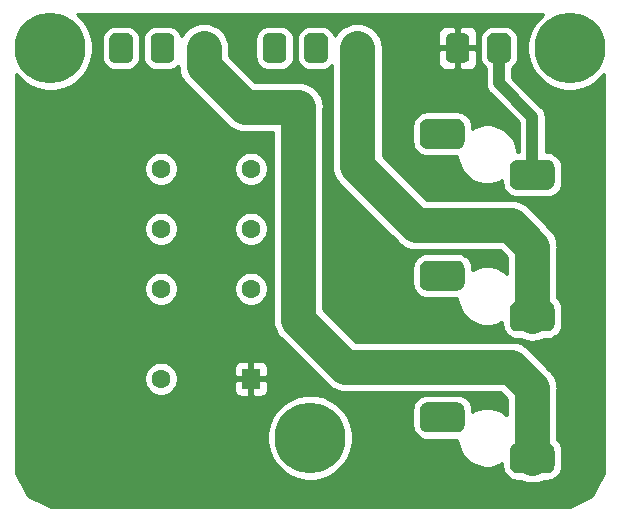
<source format=gbl>
G04 #@! TF.GenerationSoftware,KiCad,Pcbnew,5.1.5-1.fc31*
G04 #@! TF.CreationDate,2020-01-08T13:59:17+01:00*
G04 #@! TF.ProjectId,troll-relay,74726f6c-6c2d-4726-956c-61792e6b6963,rev?*
G04 #@! TF.SameCoordinates,Original*
G04 #@! TF.FileFunction,Copper,L2,Bot*
G04 #@! TF.FilePolarity,Positive*
%FSLAX46Y46*%
G04 Gerber Fmt 4.6, Leading zero omitted, Abs format (unit mm)*
G04 Created by KiCad (PCBNEW 5.1.5-1.fc31) date 2020-01-08 13:59:17*
%MOMM*%
%LPD*%
G04 APERTURE LIST*
%ADD10C,0.100000*%
%ADD11C,1.600000*%
%ADD12R,1.600000X1.800000*%
%ADD13C,6.000000*%
%ADD14C,3.000000*%
%ADD15C,1.000000*%
%ADD16C,0.254000*%
G04 APERTURE END LIST*
G04 #@! TA.AperFunction,ComponentPad*
D10*
G36*
X163127241Y-133463058D02*
G01*
X163188882Y-133472201D01*
X163249331Y-133487343D01*
X163308004Y-133508336D01*
X163364337Y-133534980D01*
X163417787Y-133567017D01*
X163467840Y-133604138D01*
X163514013Y-133645987D01*
X163555862Y-133692160D01*
X163592983Y-133742213D01*
X163625020Y-133795663D01*
X163651664Y-133851996D01*
X163672657Y-133910669D01*
X163687799Y-133971118D01*
X163696942Y-134032759D01*
X163700000Y-134095000D01*
X163700000Y-135365000D01*
X163696942Y-135427241D01*
X163687799Y-135488882D01*
X163672657Y-135549331D01*
X163651664Y-135608004D01*
X163625020Y-135664337D01*
X163592983Y-135717787D01*
X163555862Y-135767840D01*
X163514013Y-135814013D01*
X163467840Y-135855862D01*
X163417787Y-135892983D01*
X163364337Y-135925020D01*
X163308004Y-135951664D01*
X163249331Y-135972657D01*
X163188882Y-135987799D01*
X163127241Y-135996942D01*
X163065000Y-136000000D01*
X160555000Y-136000000D01*
X160492759Y-135996942D01*
X160431118Y-135987799D01*
X160370669Y-135972657D01*
X160311996Y-135951664D01*
X160255663Y-135925020D01*
X160202213Y-135892983D01*
X160152160Y-135855862D01*
X160105987Y-135814013D01*
X160064138Y-135767840D01*
X160027017Y-135717787D01*
X159994980Y-135664337D01*
X159968336Y-135608004D01*
X159947343Y-135549331D01*
X159932201Y-135488882D01*
X159923058Y-135427241D01*
X159920000Y-135365000D01*
X159920000Y-134095000D01*
X159923058Y-134032759D01*
X159932201Y-133971118D01*
X159947343Y-133910669D01*
X159968336Y-133851996D01*
X159994980Y-133795663D01*
X160027017Y-133742213D01*
X160064138Y-133692160D01*
X160105987Y-133645987D01*
X160152160Y-133604138D01*
X160202213Y-133567017D01*
X160255663Y-133534980D01*
X160311996Y-133508336D01*
X160370669Y-133487343D01*
X160431118Y-133472201D01*
X160492759Y-133463058D01*
X160555000Y-133460000D01*
X163065000Y-133460000D01*
X163127241Y-133463058D01*
G37*
G04 #@! TD.AperFunction*
G04 #@! TA.AperFunction,ComponentPad*
G36*
X155507241Y-130003058D02*
G01*
X155568882Y-130012201D01*
X155629331Y-130027343D01*
X155688004Y-130048336D01*
X155744337Y-130074980D01*
X155797787Y-130107017D01*
X155847840Y-130144138D01*
X155894013Y-130185987D01*
X155935862Y-130232160D01*
X155972983Y-130282213D01*
X156005020Y-130335663D01*
X156031664Y-130391996D01*
X156052657Y-130450669D01*
X156067799Y-130511118D01*
X156076942Y-130572759D01*
X156080000Y-130635000D01*
X156080000Y-131905000D01*
X156076942Y-131967241D01*
X156067799Y-132028882D01*
X156052657Y-132089331D01*
X156031664Y-132148004D01*
X156005020Y-132204337D01*
X155972983Y-132257787D01*
X155935862Y-132307840D01*
X155894013Y-132354013D01*
X155847840Y-132395862D01*
X155797787Y-132432983D01*
X155744337Y-132465020D01*
X155688004Y-132491664D01*
X155629331Y-132512657D01*
X155568882Y-132527799D01*
X155507241Y-132536942D01*
X155445000Y-132540000D01*
X152935000Y-132540000D01*
X152872759Y-132536942D01*
X152811118Y-132527799D01*
X152750669Y-132512657D01*
X152691996Y-132491664D01*
X152635663Y-132465020D01*
X152582213Y-132432983D01*
X152532160Y-132395862D01*
X152485987Y-132354013D01*
X152444138Y-132307840D01*
X152407017Y-132257787D01*
X152374980Y-132204337D01*
X152348336Y-132148004D01*
X152327343Y-132089331D01*
X152312201Y-132028882D01*
X152303058Y-131967241D01*
X152300000Y-131905000D01*
X152300000Y-130635000D01*
X152303058Y-130572759D01*
X152312201Y-130511118D01*
X152327343Y-130450669D01*
X152348336Y-130391996D01*
X152374980Y-130335663D01*
X152407017Y-130282213D01*
X152444138Y-130232160D01*
X152485987Y-130185987D01*
X152532160Y-130144138D01*
X152582213Y-130107017D01*
X152635663Y-130074980D01*
X152691996Y-130048336D01*
X152750669Y-130027343D01*
X152811118Y-130012201D01*
X152872759Y-130003058D01*
X152935000Y-130000000D01*
X155445000Y-130000000D01*
X155507241Y-130003058D01*
G37*
G04 #@! TD.AperFunction*
G04 #@! TA.AperFunction,ComponentPad*
G36*
X163127241Y-109463058D02*
G01*
X163188882Y-109472201D01*
X163249331Y-109487343D01*
X163308004Y-109508336D01*
X163364337Y-109534980D01*
X163417787Y-109567017D01*
X163467840Y-109604138D01*
X163514013Y-109645987D01*
X163555862Y-109692160D01*
X163592983Y-109742213D01*
X163625020Y-109795663D01*
X163651664Y-109851996D01*
X163672657Y-109910669D01*
X163687799Y-109971118D01*
X163696942Y-110032759D01*
X163700000Y-110095000D01*
X163700000Y-111365000D01*
X163696942Y-111427241D01*
X163687799Y-111488882D01*
X163672657Y-111549331D01*
X163651664Y-111608004D01*
X163625020Y-111664337D01*
X163592983Y-111717787D01*
X163555862Y-111767840D01*
X163514013Y-111814013D01*
X163467840Y-111855862D01*
X163417787Y-111892983D01*
X163364337Y-111925020D01*
X163308004Y-111951664D01*
X163249331Y-111972657D01*
X163188882Y-111987799D01*
X163127241Y-111996942D01*
X163065000Y-112000000D01*
X160555000Y-112000000D01*
X160492759Y-111996942D01*
X160431118Y-111987799D01*
X160370669Y-111972657D01*
X160311996Y-111951664D01*
X160255663Y-111925020D01*
X160202213Y-111892983D01*
X160152160Y-111855862D01*
X160105987Y-111814013D01*
X160064138Y-111767840D01*
X160027017Y-111717787D01*
X159994980Y-111664337D01*
X159968336Y-111608004D01*
X159947343Y-111549331D01*
X159932201Y-111488882D01*
X159923058Y-111427241D01*
X159920000Y-111365000D01*
X159920000Y-110095000D01*
X159923058Y-110032759D01*
X159932201Y-109971118D01*
X159947343Y-109910669D01*
X159968336Y-109851996D01*
X159994980Y-109795663D01*
X160027017Y-109742213D01*
X160064138Y-109692160D01*
X160105987Y-109645987D01*
X160152160Y-109604138D01*
X160202213Y-109567017D01*
X160255663Y-109534980D01*
X160311996Y-109508336D01*
X160370669Y-109487343D01*
X160431118Y-109472201D01*
X160492759Y-109463058D01*
X160555000Y-109460000D01*
X163065000Y-109460000D01*
X163127241Y-109463058D01*
G37*
G04 #@! TD.AperFunction*
G04 #@! TA.AperFunction,ComponentPad*
G36*
X155507241Y-106003058D02*
G01*
X155568882Y-106012201D01*
X155629331Y-106027343D01*
X155688004Y-106048336D01*
X155744337Y-106074980D01*
X155797787Y-106107017D01*
X155847840Y-106144138D01*
X155894013Y-106185987D01*
X155935862Y-106232160D01*
X155972983Y-106282213D01*
X156005020Y-106335663D01*
X156031664Y-106391996D01*
X156052657Y-106450669D01*
X156067799Y-106511118D01*
X156076942Y-106572759D01*
X156080000Y-106635000D01*
X156080000Y-107905000D01*
X156076942Y-107967241D01*
X156067799Y-108028882D01*
X156052657Y-108089331D01*
X156031664Y-108148004D01*
X156005020Y-108204337D01*
X155972983Y-108257787D01*
X155935862Y-108307840D01*
X155894013Y-108354013D01*
X155847840Y-108395862D01*
X155797787Y-108432983D01*
X155744337Y-108465020D01*
X155688004Y-108491664D01*
X155629331Y-108512657D01*
X155568882Y-108527799D01*
X155507241Y-108536942D01*
X155445000Y-108540000D01*
X152935000Y-108540000D01*
X152872759Y-108536942D01*
X152811118Y-108527799D01*
X152750669Y-108512657D01*
X152691996Y-108491664D01*
X152635663Y-108465020D01*
X152582213Y-108432983D01*
X152532160Y-108395862D01*
X152485987Y-108354013D01*
X152444138Y-108307840D01*
X152407017Y-108257787D01*
X152374980Y-108204337D01*
X152348336Y-108148004D01*
X152327343Y-108089331D01*
X152312201Y-108028882D01*
X152303058Y-107967241D01*
X152300000Y-107905000D01*
X152300000Y-106635000D01*
X152303058Y-106572759D01*
X152312201Y-106511118D01*
X152327343Y-106450669D01*
X152348336Y-106391996D01*
X152374980Y-106335663D01*
X152407017Y-106282213D01*
X152444138Y-106232160D01*
X152485987Y-106185987D01*
X152532160Y-106144138D01*
X152582213Y-106107017D01*
X152635663Y-106074980D01*
X152691996Y-106048336D01*
X152750669Y-106027343D01*
X152811118Y-106012201D01*
X152872759Y-106003058D01*
X152935000Y-106000000D01*
X155445000Y-106000000D01*
X155507241Y-106003058D01*
G37*
G04 #@! TD.AperFunction*
G04 #@! TA.AperFunction,ComponentPad*
G36*
X127549009Y-98752408D02*
G01*
X127597545Y-98759607D01*
X127645142Y-98771530D01*
X127691342Y-98788060D01*
X127735698Y-98809039D01*
X127777785Y-98834265D01*
X127817197Y-98863495D01*
X127853553Y-98896447D01*
X127886505Y-98932803D01*
X127915735Y-98972215D01*
X127940961Y-99014302D01*
X127961940Y-99058658D01*
X127978470Y-99104858D01*
X127990393Y-99152455D01*
X127997592Y-99200991D01*
X128000000Y-99250000D01*
X128000000Y-100750000D01*
X127997592Y-100799009D01*
X127990393Y-100847545D01*
X127978470Y-100895142D01*
X127961940Y-100941342D01*
X127940961Y-100985698D01*
X127915735Y-101027785D01*
X127886505Y-101067197D01*
X127853553Y-101103553D01*
X127817197Y-101136505D01*
X127777785Y-101165735D01*
X127735698Y-101190961D01*
X127691342Y-101211940D01*
X127645142Y-101228470D01*
X127597545Y-101240393D01*
X127549009Y-101247592D01*
X127500000Y-101250000D01*
X126500000Y-101250000D01*
X126450991Y-101247592D01*
X126402455Y-101240393D01*
X126354858Y-101228470D01*
X126308658Y-101211940D01*
X126264302Y-101190961D01*
X126222215Y-101165735D01*
X126182803Y-101136505D01*
X126146447Y-101103553D01*
X126113495Y-101067197D01*
X126084265Y-101027785D01*
X126059039Y-100985698D01*
X126038060Y-100941342D01*
X126021530Y-100895142D01*
X126009607Y-100847545D01*
X126002408Y-100799009D01*
X126000000Y-100750000D01*
X126000000Y-99250000D01*
X126002408Y-99200991D01*
X126009607Y-99152455D01*
X126021530Y-99104858D01*
X126038060Y-99058658D01*
X126059039Y-99014302D01*
X126084265Y-98972215D01*
X126113495Y-98932803D01*
X126146447Y-98896447D01*
X126182803Y-98863495D01*
X126222215Y-98834265D01*
X126264302Y-98809039D01*
X126308658Y-98788060D01*
X126354858Y-98771530D01*
X126402455Y-98759607D01*
X126450991Y-98752408D01*
X126500000Y-98750000D01*
X127500000Y-98750000D01*
X127549009Y-98752408D01*
G37*
G04 #@! TD.AperFunction*
G04 #@! TA.AperFunction,ComponentPad*
G36*
X131049009Y-98752408D02*
G01*
X131097545Y-98759607D01*
X131145142Y-98771530D01*
X131191342Y-98788060D01*
X131235698Y-98809039D01*
X131277785Y-98834265D01*
X131317197Y-98863495D01*
X131353553Y-98896447D01*
X131386505Y-98932803D01*
X131415735Y-98972215D01*
X131440961Y-99014302D01*
X131461940Y-99058658D01*
X131478470Y-99104858D01*
X131490393Y-99152455D01*
X131497592Y-99200991D01*
X131500000Y-99250000D01*
X131500000Y-100750000D01*
X131497592Y-100799009D01*
X131490393Y-100847545D01*
X131478470Y-100895142D01*
X131461940Y-100941342D01*
X131440961Y-100985698D01*
X131415735Y-101027785D01*
X131386505Y-101067197D01*
X131353553Y-101103553D01*
X131317197Y-101136505D01*
X131277785Y-101165735D01*
X131235698Y-101190961D01*
X131191342Y-101211940D01*
X131145142Y-101228470D01*
X131097545Y-101240393D01*
X131049009Y-101247592D01*
X131000000Y-101250000D01*
X130000000Y-101250000D01*
X129950991Y-101247592D01*
X129902455Y-101240393D01*
X129854858Y-101228470D01*
X129808658Y-101211940D01*
X129764302Y-101190961D01*
X129722215Y-101165735D01*
X129682803Y-101136505D01*
X129646447Y-101103553D01*
X129613495Y-101067197D01*
X129584265Y-101027785D01*
X129559039Y-100985698D01*
X129538060Y-100941342D01*
X129521530Y-100895142D01*
X129509607Y-100847545D01*
X129502408Y-100799009D01*
X129500000Y-100750000D01*
X129500000Y-99250000D01*
X129502408Y-99200991D01*
X129509607Y-99152455D01*
X129521530Y-99104858D01*
X129538060Y-99058658D01*
X129559039Y-99014302D01*
X129584265Y-98972215D01*
X129613495Y-98932803D01*
X129646447Y-98896447D01*
X129682803Y-98863495D01*
X129722215Y-98834265D01*
X129764302Y-98809039D01*
X129808658Y-98788060D01*
X129854858Y-98771530D01*
X129902455Y-98759607D01*
X129950991Y-98752408D01*
X130000000Y-98750000D01*
X131000000Y-98750000D01*
X131049009Y-98752408D01*
G37*
G04 #@! TD.AperFunction*
G04 #@! TA.AperFunction,ComponentPad*
G36*
X134549009Y-98752408D02*
G01*
X134597545Y-98759607D01*
X134645142Y-98771530D01*
X134691342Y-98788060D01*
X134735698Y-98809039D01*
X134777785Y-98834265D01*
X134817197Y-98863495D01*
X134853553Y-98896447D01*
X134886505Y-98932803D01*
X134915735Y-98972215D01*
X134940961Y-99014302D01*
X134961940Y-99058658D01*
X134978470Y-99104858D01*
X134990393Y-99152455D01*
X134997592Y-99200991D01*
X135000000Y-99250000D01*
X135000000Y-100750000D01*
X134997592Y-100799009D01*
X134990393Y-100847545D01*
X134978470Y-100895142D01*
X134961940Y-100941342D01*
X134940961Y-100985698D01*
X134915735Y-101027785D01*
X134886505Y-101067197D01*
X134853553Y-101103553D01*
X134817197Y-101136505D01*
X134777785Y-101165735D01*
X134735698Y-101190961D01*
X134691342Y-101211940D01*
X134645142Y-101228470D01*
X134597545Y-101240393D01*
X134549009Y-101247592D01*
X134500000Y-101250000D01*
X133500000Y-101250000D01*
X133450991Y-101247592D01*
X133402455Y-101240393D01*
X133354858Y-101228470D01*
X133308658Y-101211940D01*
X133264302Y-101190961D01*
X133222215Y-101165735D01*
X133182803Y-101136505D01*
X133146447Y-101103553D01*
X133113495Y-101067197D01*
X133084265Y-101027785D01*
X133059039Y-100985698D01*
X133038060Y-100941342D01*
X133021530Y-100895142D01*
X133009607Y-100847545D01*
X133002408Y-100799009D01*
X133000000Y-100750000D01*
X133000000Y-99250000D01*
X133002408Y-99200991D01*
X133009607Y-99152455D01*
X133021530Y-99104858D01*
X133038060Y-99058658D01*
X133059039Y-99014302D01*
X133084265Y-98972215D01*
X133113495Y-98932803D01*
X133146447Y-98896447D01*
X133182803Y-98863495D01*
X133222215Y-98834265D01*
X133264302Y-98809039D01*
X133308658Y-98788060D01*
X133354858Y-98771530D01*
X133402455Y-98759607D01*
X133450991Y-98752408D01*
X133500000Y-98750000D01*
X134500000Y-98750000D01*
X134549009Y-98752408D01*
G37*
G04 #@! TD.AperFunction*
G04 #@! TA.AperFunction,ComponentPad*
G36*
X163127241Y-121463058D02*
G01*
X163188882Y-121472201D01*
X163249331Y-121487343D01*
X163308004Y-121508336D01*
X163364337Y-121534980D01*
X163417787Y-121567017D01*
X163467840Y-121604138D01*
X163514013Y-121645987D01*
X163555862Y-121692160D01*
X163592983Y-121742213D01*
X163625020Y-121795663D01*
X163651664Y-121851996D01*
X163672657Y-121910669D01*
X163687799Y-121971118D01*
X163696942Y-122032759D01*
X163700000Y-122095000D01*
X163700000Y-123365000D01*
X163696942Y-123427241D01*
X163687799Y-123488882D01*
X163672657Y-123549331D01*
X163651664Y-123608004D01*
X163625020Y-123664337D01*
X163592983Y-123717787D01*
X163555862Y-123767840D01*
X163514013Y-123814013D01*
X163467840Y-123855862D01*
X163417787Y-123892983D01*
X163364337Y-123925020D01*
X163308004Y-123951664D01*
X163249331Y-123972657D01*
X163188882Y-123987799D01*
X163127241Y-123996942D01*
X163065000Y-124000000D01*
X160555000Y-124000000D01*
X160492759Y-123996942D01*
X160431118Y-123987799D01*
X160370669Y-123972657D01*
X160311996Y-123951664D01*
X160255663Y-123925020D01*
X160202213Y-123892983D01*
X160152160Y-123855862D01*
X160105987Y-123814013D01*
X160064138Y-123767840D01*
X160027017Y-123717787D01*
X159994980Y-123664337D01*
X159968336Y-123608004D01*
X159947343Y-123549331D01*
X159932201Y-123488882D01*
X159923058Y-123427241D01*
X159920000Y-123365000D01*
X159920000Y-122095000D01*
X159923058Y-122032759D01*
X159932201Y-121971118D01*
X159947343Y-121910669D01*
X159968336Y-121851996D01*
X159994980Y-121795663D01*
X160027017Y-121742213D01*
X160064138Y-121692160D01*
X160105987Y-121645987D01*
X160152160Y-121604138D01*
X160202213Y-121567017D01*
X160255663Y-121534980D01*
X160311996Y-121508336D01*
X160370669Y-121487343D01*
X160431118Y-121472201D01*
X160492759Y-121463058D01*
X160555000Y-121460000D01*
X163065000Y-121460000D01*
X163127241Y-121463058D01*
G37*
G04 #@! TD.AperFunction*
G04 #@! TA.AperFunction,ComponentPad*
G36*
X155507241Y-118003058D02*
G01*
X155568882Y-118012201D01*
X155629331Y-118027343D01*
X155688004Y-118048336D01*
X155744337Y-118074980D01*
X155797787Y-118107017D01*
X155847840Y-118144138D01*
X155894013Y-118185987D01*
X155935862Y-118232160D01*
X155972983Y-118282213D01*
X156005020Y-118335663D01*
X156031664Y-118391996D01*
X156052657Y-118450669D01*
X156067799Y-118511118D01*
X156076942Y-118572759D01*
X156080000Y-118635000D01*
X156080000Y-119905000D01*
X156076942Y-119967241D01*
X156067799Y-120028882D01*
X156052657Y-120089331D01*
X156031664Y-120148004D01*
X156005020Y-120204337D01*
X155972983Y-120257787D01*
X155935862Y-120307840D01*
X155894013Y-120354013D01*
X155847840Y-120395862D01*
X155797787Y-120432983D01*
X155744337Y-120465020D01*
X155688004Y-120491664D01*
X155629331Y-120512657D01*
X155568882Y-120527799D01*
X155507241Y-120536942D01*
X155445000Y-120540000D01*
X152935000Y-120540000D01*
X152872759Y-120536942D01*
X152811118Y-120527799D01*
X152750669Y-120512657D01*
X152691996Y-120491664D01*
X152635663Y-120465020D01*
X152582213Y-120432983D01*
X152532160Y-120395862D01*
X152485987Y-120354013D01*
X152444138Y-120307840D01*
X152407017Y-120257787D01*
X152374980Y-120204337D01*
X152348336Y-120148004D01*
X152327343Y-120089331D01*
X152312201Y-120028882D01*
X152303058Y-119967241D01*
X152300000Y-119905000D01*
X152300000Y-118635000D01*
X152303058Y-118572759D01*
X152312201Y-118511118D01*
X152327343Y-118450669D01*
X152348336Y-118391996D01*
X152374980Y-118335663D01*
X152407017Y-118282213D01*
X152444138Y-118232160D01*
X152485987Y-118185987D01*
X152532160Y-118144138D01*
X152582213Y-118107017D01*
X152635663Y-118074980D01*
X152691996Y-118048336D01*
X152750669Y-118027343D01*
X152811118Y-118012201D01*
X152872759Y-118003058D01*
X152935000Y-118000000D01*
X155445000Y-118000000D01*
X155507241Y-118003058D01*
G37*
G04 #@! TD.AperFunction*
G04 #@! TA.AperFunction,ComponentPad*
G36*
X140549009Y-98752408D02*
G01*
X140597545Y-98759607D01*
X140645142Y-98771530D01*
X140691342Y-98788060D01*
X140735698Y-98809039D01*
X140777785Y-98834265D01*
X140817197Y-98863495D01*
X140853553Y-98896447D01*
X140886505Y-98932803D01*
X140915735Y-98972215D01*
X140940961Y-99014302D01*
X140961940Y-99058658D01*
X140978470Y-99104858D01*
X140990393Y-99152455D01*
X140997592Y-99200991D01*
X141000000Y-99250000D01*
X141000000Y-100750000D01*
X140997592Y-100799009D01*
X140990393Y-100847545D01*
X140978470Y-100895142D01*
X140961940Y-100941342D01*
X140940961Y-100985698D01*
X140915735Y-101027785D01*
X140886505Y-101067197D01*
X140853553Y-101103553D01*
X140817197Y-101136505D01*
X140777785Y-101165735D01*
X140735698Y-101190961D01*
X140691342Y-101211940D01*
X140645142Y-101228470D01*
X140597545Y-101240393D01*
X140549009Y-101247592D01*
X140500000Y-101250000D01*
X139500000Y-101250000D01*
X139450991Y-101247592D01*
X139402455Y-101240393D01*
X139354858Y-101228470D01*
X139308658Y-101211940D01*
X139264302Y-101190961D01*
X139222215Y-101165735D01*
X139182803Y-101136505D01*
X139146447Y-101103553D01*
X139113495Y-101067197D01*
X139084265Y-101027785D01*
X139059039Y-100985698D01*
X139038060Y-100941342D01*
X139021530Y-100895142D01*
X139009607Y-100847545D01*
X139002408Y-100799009D01*
X139000000Y-100750000D01*
X139000000Y-99250000D01*
X139002408Y-99200991D01*
X139009607Y-99152455D01*
X139021530Y-99104858D01*
X139038060Y-99058658D01*
X139059039Y-99014302D01*
X139084265Y-98972215D01*
X139113495Y-98932803D01*
X139146447Y-98896447D01*
X139182803Y-98863495D01*
X139222215Y-98834265D01*
X139264302Y-98809039D01*
X139308658Y-98788060D01*
X139354858Y-98771530D01*
X139402455Y-98759607D01*
X139450991Y-98752408D01*
X139500000Y-98750000D01*
X140500000Y-98750000D01*
X140549009Y-98752408D01*
G37*
G04 #@! TD.AperFunction*
G04 #@! TA.AperFunction,ComponentPad*
G36*
X144049009Y-98752408D02*
G01*
X144097545Y-98759607D01*
X144145142Y-98771530D01*
X144191342Y-98788060D01*
X144235698Y-98809039D01*
X144277785Y-98834265D01*
X144317197Y-98863495D01*
X144353553Y-98896447D01*
X144386505Y-98932803D01*
X144415735Y-98972215D01*
X144440961Y-99014302D01*
X144461940Y-99058658D01*
X144478470Y-99104858D01*
X144490393Y-99152455D01*
X144497592Y-99200991D01*
X144500000Y-99250000D01*
X144500000Y-100750000D01*
X144497592Y-100799009D01*
X144490393Y-100847545D01*
X144478470Y-100895142D01*
X144461940Y-100941342D01*
X144440961Y-100985698D01*
X144415735Y-101027785D01*
X144386505Y-101067197D01*
X144353553Y-101103553D01*
X144317197Y-101136505D01*
X144277785Y-101165735D01*
X144235698Y-101190961D01*
X144191342Y-101211940D01*
X144145142Y-101228470D01*
X144097545Y-101240393D01*
X144049009Y-101247592D01*
X144000000Y-101250000D01*
X143000000Y-101250000D01*
X142950991Y-101247592D01*
X142902455Y-101240393D01*
X142854858Y-101228470D01*
X142808658Y-101211940D01*
X142764302Y-101190961D01*
X142722215Y-101165735D01*
X142682803Y-101136505D01*
X142646447Y-101103553D01*
X142613495Y-101067197D01*
X142584265Y-101027785D01*
X142559039Y-100985698D01*
X142538060Y-100941342D01*
X142521530Y-100895142D01*
X142509607Y-100847545D01*
X142502408Y-100799009D01*
X142500000Y-100750000D01*
X142500000Y-99250000D01*
X142502408Y-99200991D01*
X142509607Y-99152455D01*
X142521530Y-99104858D01*
X142538060Y-99058658D01*
X142559039Y-99014302D01*
X142584265Y-98972215D01*
X142613495Y-98932803D01*
X142646447Y-98896447D01*
X142682803Y-98863495D01*
X142722215Y-98834265D01*
X142764302Y-98809039D01*
X142808658Y-98788060D01*
X142854858Y-98771530D01*
X142902455Y-98759607D01*
X142950991Y-98752408D01*
X143000000Y-98750000D01*
X144000000Y-98750000D01*
X144049009Y-98752408D01*
G37*
G04 #@! TD.AperFunction*
G04 #@! TA.AperFunction,ComponentPad*
G36*
X147549009Y-98752408D02*
G01*
X147597545Y-98759607D01*
X147645142Y-98771530D01*
X147691342Y-98788060D01*
X147735698Y-98809039D01*
X147777785Y-98834265D01*
X147817197Y-98863495D01*
X147853553Y-98896447D01*
X147886505Y-98932803D01*
X147915735Y-98972215D01*
X147940961Y-99014302D01*
X147961940Y-99058658D01*
X147978470Y-99104858D01*
X147990393Y-99152455D01*
X147997592Y-99200991D01*
X148000000Y-99250000D01*
X148000000Y-100750000D01*
X147997592Y-100799009D01*
X147990393Y-100847545D01*
X147978470Y-100895142D01*
X147961940Y-100941342D01*
X147940961Y-100985698D01*
X147915735Y-101027785D01*
X147886505Y-101067197D01*
X147853553Y-101103553D01*
X147817197Y-101136505D01*
X147777785Y-101165735D01*
X147735698Y-101190961D01*
X147691342Y-101211940D01*
X147645142Y-101228470D01*
X147597545Y-101240393D01*
X147549009Y-101247592D01*
X147500000Y-101250000D01*
X146500000Y-101250000D01*
X146450991Y-101247592D01*
X146402455Y-101240393D01*
X146354858Y-101228470D01*
X146308658Y-101211940D01*
X146264302Y-101190961D01*
X146222215Y-101165735D01*
X146182803Y-101136505D01*
X146146447Y-101103553D01*
X146113495Y-101067197D01*
X146084265Y-101027785D01*
X146059039Y-100985698D01*
X146038060Y-100941342D01*
X146021530Y-100895142D01*
X146009607Y-100847545D01*
X146002408Y-100799009D01*
X146000000Y-100750000D01*
X146000000Y-99250000D01*
X146002408Y-99200991D01*
X146009607Y-99152455D01*
X146021530Y-99104858D01*
X146038060Y-99058658D01*
X146059039Y-99014302D01*
X146084265Y-98972215D01*
X146113495Y-98932803D01*
X146146447Y-98896447D01*
X146182803Y-98863495D01*
X146222215Y-98834265D01*
X146264302Y-98809039D01*
X146308658Y-98788060D01*
X146354858Y-98771530D01*
X146402455Y-98759607D01*
X146450991Y-98752408D01*
X146500000Y-98750000D01*
X147500000Y-98750000D01*
X147549009Y-98752408D01*
G37*
G04 #@! TD.AperFunction*
G04 #@! TA.AperFunction,ComponentPad*
G36*
X156049009Y-98752408D02*
G01*
X156097545Y-98759607D01*
X156145142Y-98771530D01*
X156191342Y-98788060D01*
X156235698Y-98809039D01*
X156277785Y-98834265D01*
X156317197Y-98863495D01*
X156353553Y-98896447D01*
X156386505Y-98932803D01*
X156415735Y-98972215D01*
X156440961Y-99014302D01*
X156461940Y-99058658D01*
X156478470Y-99104858D01*
X156490393Y-99152455D01*
X156497592Y-99200991D01*
X156500000Y-99250000D01*
X156500000Y-100750000D01*
X156497592Y-100799009D01*
X156490393Y-100847545D01*
X156478470Y-100895142D01*
X156461940Y-100941342D01*
X156440961Y-100985698D01*
X156415735Y-101027785D01*
X156386505Y-101067197D01*
X156353553Y-101103553D01*
X156317197Y-101136505D01*
X156277785Y-101165735D01*
X156235698Y-101190961D01*
X156191342Y-101211940D01*
X156145142Y-101228470D01*
X156097545Y-101240393D01*
X156049009Y-101247592D01*
X156000000Y-101250000D01*
X155000000Y-101250000D01*
X154950991Y-101247592D01*
X154902455Y-101240393D01*
X154854858Y-101228470D01*
X154808658Y-101211940D01*
X154764302Y-101190961D01*
X154722215Y-101165735D01*
X154682803Y-101136505D01*
X154646447Y-101103553D01*
X154613495Y-101067197D01*
X154584265Y-101027785D01*
X154559039Y-100985698D01*
X154538060Y-100941342D01*
X154521530Y-100895142D01*
X154509607Y-100847545D01*
X154502408Y-100799009D01*
X154500000Y-100750000D01*
X154500000Y-99250000D01*
X154502408Y-99200991D01*
X154509607Y-99152455D01*
X154521530Y-99104858D01*
X154538060Y-99058658D01*
X154559039Y-99014302D01*
X154584265Y-98972215D01*
X154613495Y-98932803D01*
X154646447Y-98896447D01*
X154682803Y-98863495D01*
X154722215Y-98834265D01*
X154764302Y-98809039D01*
X154808658Y-98788060D01*
X154854858Y-98771530D01*
X154902455Y-98759607D01*
X154950991Y-98752408D01*
X155000000Y-98750000D01*
X156000000Y-98750000D01*
X156049009Y-98752408D01*
G37*
G04 #@! TD.AperFunction*
G04 #@! TA.AperFunction,ComponentPad*
G36*
X159549009Y-98752408D02*
G01*
X159597545Y-98759607D01*
X159645142Y-98771530D01*
X159691342Y-98788060D01*
X159735698Y-98809039D01*
X159777785Y-98834265D01*
X159817197Y-98863495D01*
X159853553Y-98896447D01*
X159886505Y-98932803D01*
X159915735Y-98972215D01*
X159940961Y-99014302D01*
X159961940Y-99058658D01*
X159978470Y-99104858D01*
X159990393Y-99152455D01*
X159997592Y-99200991D01*
X160000000Y-99250000D01*
X160000000Y-100750000D01*
X159997592Y-100799009D01*
X159990393Y-100847545D01*
X159978470Y-100895142D01*
X159961940Y-100941342D01*
X159940961Y-100985698D01*
X159915735Y-101027785D01*
X159886505Y-101067197D01*
X159853553Y-101103553D01*
X159817197Y-101136505D01*
X159777785Y-101165735D01*
X159735698Y-101190961D01*
X159691342Y-101211940D01*
X159645142Y-101228470D01*
X159597545Y-101240393D01*
X159549009Y-101247592D01*
X159500000Y-101250000D01*
X158500000Y-101250000D01*
X158450991Y-101247592D01*
X158402455Y-101240393D01*
X158354858Y-101228470D01*
X158308658Y-101211940D01*
X158264302Y-101190961D01*
X158222215Y-101165735D01*
X158182803Y-101136505D01*
X158146447Y-101103553D01*
X158113495Y-101067197D01*
X158084265Y-101027785D01*
X158059039Y-100985698D01*
X158038060Y-100941342D01*
X158021530Y-100895142D01*
X158009607Y-100847545D01*
X158002408Y-100799009D01*
X158000000Y-100750000D01*
X158000000Y-99250000D01*
X158002408Y-99200991D01*
X158009607Y-99152455D01*
X158021530Y-99104858D01*
X158038060Y-99058658D01*
X158059039Y-99014302D01*
X158084265Y-98972215D01*
X158113495Y-98932803D01*
X158146447Y-98896447D01*
X158182803Y-98863495D01*
X158222215Y-98834265D01*
X158264302Y-98809039D01*
X158308658Y-98788060D01*
X158354858Y-98771530D01*
X158402455Y-98759607D01*
X158450991Y-98752408D01*
X158500000Y-98750000D01*
X159500000Y-98750000D01*
X159549009Y-98752408D01*
G37*
G04 #@! TD.AperFunction*
D11*
X138000000Y-115300000D03*
X138000000Y-110220000D03*
X138000000Y-120380000D03*
X130380000Y-128000000D03*
D12*
X138000000Y-128000000D03*
D11*
X130380000Y-110220000D03*
X130380000Y-115300000D03*
X130380000Y-120380000D03*
D13*
X143000000Y-133000000D03*
X121000000Y-100000000D03*
X165000000Y-100000000D03*
D14*
X147000000Y-100000000D02*
X147000000Y-110000000D01*
X147000000Y-110000000D02*
X152000000Y-115000000D01*
X152000000Y-115000000D02*
X160000000Y-115000000D01*
X161810000Y-116810000D02*
X161810000Y-122730000D01*
X160000000Y-115000000D02*
X161810000Y-116810000D01*
X134000000Y-101525497D02*
X134000000Y-100000000D01*
X137474503Y-105000000D02*
X134000000Y-101525497D01*
X161810000Y-128810000D02*
X160000000Y-127000000D01*
X142000000Y-105000000D02*
X137474503Y-105000000D01*
X161810000Y-134730000D02*
X161810000Y-128810000D01*
X160000000Y-127000000D02*
X146000000Y-127000000D01*
X142000000Y-123000000D02*
X142000000Y-105000000D01*
X146000000Y-127000000D02*
X142000000Y-123000000D01*
D15*
X159000000Y-100000000D02*
X159000000Y-103000000D01*
X161810000Y-105810000D02*
X161810000Y-110730000D01*
X159000000Y-103000000D02*
X161810000Y-105810000D01*
D16*
G36*
X162682823Y-97176511D02*
G01*
X162176511Y-97682823D01*
X161778705Y-98278182D01*
X161504691Y-98939710D01*
X161365000Y-99641984D01*
X161365000Y-100358016D01*
X161504691Y-101060290D01*
X161778705Y-101721818D01*
X162176511Y-102317177D01*
X162682823Y-102823489D01*
X163278182Y-103221295D01*
X163939710Y-103495309D01*
X164641984Y-103635000D01*
X165358016Y-103635000D01*
X166060290Y-103495309D01*
X166721818Y-103221295D01*
X167317177Y-102823489D01*
X167823489Y-102317177D01*
X167873000Y-102243079D01*
X167873000Y-135970020D01*
X166905340Y-137905340D01*
X164970020Y-138873000D01*
X121029980Y-138873000D01*
X119094660Y-137905340D01*
X118127000Y-135970020D01*
X118127000Y-132641984D01*
X139365000Y-132641984D01*
X139365000Y-133358016D01*
X139504691Y-134060290D01*
X139778705Y-134721818D01*
X140176511Y-135317177D01*
X140682823Y-135823489D01*
X141278182Y-136221295D01*
X141939710Y-136495309D01*
X142641984Y-136635000D01*
X143358016Y-136635000D01*
X144060290Y-136495309D01*
X144721818Y-136221295D01*
X145317177Y-135823489D01*
X145823489Y-135317177D01*
X146221295Y-134721818D01*
X146495309Y-134060290D01*
X146635000Y-133358016D01*
X146635000Y-132641984D01*
X146495309Y-131939710D01*
X146221295Y-131278182D01*
X145823489Y-130682823D01*
X145317177Y-130176511D01*
X144721818Y-129778705D01*
X144060290Y-129504691D01*
X143358016Y-129365000D01*
X142641984Y-129365000D01*
X141939710Y-129504691D01*
X141278182Y-129778705D01*
X140682823Y-130176511D01*
X140176511Y-130682823D01*
X139778705Y-131278182D01*
X139504691Y-131939710D01*
X139365000Y-132641984D01*
X118127000Y-132641984D01*
X118127000Y-127858665D01*
X128945000Y-127858665D01*
X128945000Y-128141335D01*
X129000147Y-128418574D01*
X129108320Y-128679727D01*
X129265363Y-128914759D01*
X129465241Y-129114637D01*
X129700273Y-129271680D01*
X129961426Y-129379853D01*
X130238665Y-129435000D01*
X130521335Y-129435000D01*
X130798574Y-129379853D01*
X131059727Y-129271680D01*
X131294759Y-129114637D01*
X131494637Y-128914759D01*
X131504498Y-128900000D01*
X136561928Y-128900000D01*
X136574188Y-129024482D01*
X136610498Y-129144180D01*
X136669463Y-129254494D01*
X136748815Y-129351185D01*
X136845506Y-129430537D01*
X136955820Y-129489502D01*
X137075518Y-129525812D01*
X137200000Y-129538072D01*
X137714250Y-129535000D01*
X137873000Y-129376250D01*
X137873000Y-128127000D01*
X138127000Y-128127000D01*
X138127000Y-129376250D01*
X138285750Y-129535000D01*
X138800000Y-129538072D01*
X138924482Y-129525812D01*
X139044180Y-129489502D01*
X139154494Y-129430537D01*
X139251185Y-129351185D01*
X139330537Y-129254494D01*
X139389502Y-129144180D01*
X139425812Y-129024482D01*
X139438072Y-128900000D01*
X139435000Y-128285750D01*
X139276250Y-128127000D01*
X138127000Y-128127000D01*
X137873000Y-128127000D01*
X136723750Y-128127000D01*
X136565000Y-128285750D01*
X136561928Y-128900000D01*
X131504498Y-128900000D01*
X131651680Y-128679727D01*
X131759853Y-128418574D01*
X131815000Y-128141335D01*
X131815000Y-127858665D01*
X131759853Y-127581426D01*
X131651680Y-127320273D01*
X131504499Y-127100000D01*
X136561928Y-127100000D01*
X136565000Y-127714250D01*
X136723750Y-127873000D01*
X137873000Y-127873000D01*
X137873000Y-126623750D01*
X138127000Y-126623750D01*
X138127000Y-127873000D01*
X139276250Y-127873000D01*
X139435000Y-127714250D01*
X139438072Y-127100000D01*
X139425812Y-126975518D01*
X139389502Y-126855820D01*
X139330537Y-126745506D01*
X139251185Y-126648815D01*
X139154494Y-126569463D01*
X139044180Y-126510498D01*
X138924482Y-126474188D01*
X138800000Y-126461928D01*
X138285750Y-126465000D01*
X138127000Y-126623750D01*
X137873000Y-126623750D01*
X137714250Y-126465000D01*
X137200000Y-126461928D01*
X137075518Y-126474188D01*
X136955820Y-126510498D01*
X136845506Y-126569463D01*
X136748815Y-126648815D01*
X136669463Y-126745506D01*
X136610498Y-126855820D01*
X136574188Y-126975518D01*
X136561928Y-127100000D01*
X131504499Y-127100000D01*
X131494637Y-127085241D01*
X131294759Y-126885363D01*
X131059727Y-126728320D01*
X130798574Y-126620147D01*
X130521335Y-126565000D01*
X130238665Y-126565000D01*
X129961426Y-126620147D01*
X129700273Y-126728320D01*
X129465241Y-126885363D01*
X129265363Y-127085241D01*
X129108320Y-127320273D01*
X129000147Y-127581426D01*
X128945000Y-127858665D01*
X118127000Y-127858665D01*
X118127000Y-120238665D01*
X128945000Y-120238665D01*
X128945000Y-120521335D01*
X129000147Y-120798574D01*
X129108320Y-121059727D01*
X129265363Y-121294759D01*
X129465241Y-121494637D01*
X129700273Y-121651680D01*
X129961426Y-121759853D01*
X130238665Y-121815000D01*
X130521335Y-121815000D01*
X130798574Y-121759853D01*
X131059727Y-121651680D01*
X131294759Y-121494637D01*
X131494637Y-121294759D01*
X131651680Y-121059727D01*
X131759853Y-120798574D01*
X131815000Y-120521335D01*
X131815000Y-120238665D01*
X136565000Y-120238665D01*
X136565000Y-120521335D01*
X136620147Y-120798574D01*
X136728320Y-121059727D01*
X136885363Y-121294759D01*
X137085241Y-121494637D01*
X137320273Y-121651680D01*
X137581426Y-121759853D01*
X137858665Y-121815000D01*
X138141335Y-121815000D01*
X138418574Y-121759853D01*
X138679727Y-121651680D01*
X138914759Y-121494637D01*
X139114637Y-121294759D01*
X139271680Y-121059727D01*
X139379853Y-120798574D01*
X139435000Y-120521335D01*
X139435000Y-120238665D01*
X139379853Y-119961426D01*
X139271680Y-119700273D01*
X139114637Y-119465241D01*
X138914759Y-119265363D01*
X138679727Y-119108320D01*
X138418574Y-119000147D01*
X138141335Y-118945000D01*
X137858665Y-118945000D01*
X137581426Y-119000147D01*
X137320273Y-119108320D01*
X137085241Y-119265363D01*
X136885363Y-119465241D01*
X136728320Y-119700273D01*
X136620147Y-119961426D01*
X136565000Y-120238665D01*
X131815000Y-120238665D01*
X131759853Y-119961426D01*
X131651680Y-119700273D01*
X131494637Y-119465241D01*
X131294759Y-119265363D01*
X131059727Y-119108320D01*
X130798574Y-119000147D01*
X130521335Y-118945000D01*
X130238665Y-118945000D01*
X129961426Y-119000147D01*
X129700273Y-119108320D01*
X129465241Y-119265363D01*
X129265363Y-119465241D01*
X129108320Y-119700273D01*
X129000147Y-119961426D01*
X128945000Y-120238665D01*
X118127000Y-120238665D01*
X118127000Y-115158665D01*
X128945000Y-115158665D01*
X128945000Y-115441335D01*
X129000147Y-115718574D01*
X129108320Y-115979727D01*
X129265363Y-116214759D01*
X129465241Y-116414637D01*
X129700273Y-116571680D01*
X129961426Y-116679853D01*
X130238665Y-116735000D01*
X130521335Y-116735000D01*
X130798574Y-116679853D01*
X131059727Y-116571680D01*
X131294759Y-116414637D01*
X131494637Y-116214759D01*
X131651680Y-115979727D01*
X131759853Y-115718574D01*
X131815000Y-115441335D01*
X131815000Y-115158665D01*
X136565000Y-115158665D01*
X136565000Y-115441335D01*
X136620147Y-115718574D01*
X136728320Y-115979727D01*
X136885363Y-116214759D01*
X137085241Y-116414637D01*
X137320273Y-116571680D01*
X137581426Y-116679853D01*
X137858665Y-116735000D01*
X138141335Y-116735000D01*
X138418574Y-116679853D01*
X138679727Y-116571680D01*
X138914759Y-116414637D01*
X139114637Y-116214759D01*
X139271680Y-115979727D01*
X139379853Y-115718574D01*
X139435000Y-115441335D01*
X139435000Y-115158665D01*
X139379853Y-114881426D01*
X139271680Y-114620273D01*
X139114637Y-114385241D01*
X138914759Y-114185363D01*
X138679727Y-114028320D01*
X138418574Y-113920147D01*
X138141335Y-113865000D01*
X137858665Y-113865000D01*
X137581426Y-113920147D01*
X137320273Y-114028320D01*
X137085241Y-114185363D01*
X136885363Y-114385241D01*
X136728320Y-114620273D01*
X136620147Y-114881426D01*
X136565000Y-115158665D01*
X131815000Y-115158665D01*
X131759853Y-114881426D01*
X131651680Y-114620273D01*
X131494637Y-114385241D01*
X131294759Y-114185363D01*
X131059727Y-114028320D01*
X130798574Y-113920147D01*
X130521335Y-113865000D01*
X130238665Y-113865000D01*
X129961426Y-113920147D01*
X129700273Y-114028320D01*
X129465241Y-114185363D01*
X129265363Y-114385241D01*
X129108320Y-114620273D01*
X129000147Y-114881426D01*
X128945000Y-115158665D01*
X118127000Y-115158665D01*
X118127000Y-110078665D01*
X128945000Y-110078665D01*
X128945000Y-110361335D01*
X129000147Y-110638574D01*
X129108320Y-110899727D01*
X129265363Y-111134759D01*
X129465241Y-111334637D01*
X129700273Y-111491680D01*
X129961426Y-111599853D01*
X130238665Y-111655000D01*
X130521335Y-111655000D01*
X130798574Y-111599853D01*
X131059727Y-111491680D01*
X131294759Y-111334637D01*
X131494637Y-111134759D01*
X131651680Y-110899727D01*
X131759853Y-110638574D01*
X131815000Y-110361335D01*
X131815000Y-110078665D01*
X136565000Y-110078665D01*
X136565000Y-110361335D01*
X136620147Y-110638574D01*
X136728320Y-110899727D01*
X136885363Y-111134759D01*
X137085241Y-111334637D01*
X137320273Y-111491680D01*
X137581426Y-111599853D01*
X137858665Y-111655000D01*
X138141335Y-111655000D01*
X138418574Y-111599853D01*
X138679727Y-111491680D01*
X138914759Y-111334637D01*
X139114637Y-111134759D01*
X139271680Y-110899727D01*
X139379853Y-110638574D01*
X139435000Y-110361335D01*
X139435000Y-110078665D01*
X139379853Y-109801426D01*
X139271680Y-109540273D01*
X139114637Y-109305241D01*
X138914759Y-109105363D01*
X138679727Y-108948320D01*
X138418574Y-108840147D01*
X138141335Y-108785000D01*
X137858665Y-108785000D01*
X137581426Y-108840147D01*
X137320273Y-108948320D01*
X137085241Y-109105363D01*
X136885363Y-109305241D01*
X136728320Y-109540273D01*
X136620147Y-109801426D01*
X136565000Y-110078665D01*
X131815000Y-110078665D01*
X131759853Y-109801426D01*
X131651680Y-109540273D01*
X131494637Y-109305241D01*
X131294759Y-109105363D01*
X131059727Y-108948320D01*
X130798574Y-108840147D01*
X130521335Y-108785000D01*
X130238665Y-108785000D01*
X129961426Y-108840147D01*
X129700273Y-108948320D01*
X129465241Y-109105363D01*
X129265363Y-109305241D01*
X129108320Y-109540273D01*
X129000147Y-109801426D01*
X128945000Y-110078665D01*
X118127000Y-110078665D01*
X118127000Y-102243079D01*
X118176511Y-102317177D01*
X118682823Y-102823489D01*
X119278182Y-103221295D01*
X119939710Y-103495309D01*
X120641984Y-103635000D01*
X121358016Y-103635000D01*
X122060290Y-103495309D01*
X122721818Y-103221295D01*
X123317177Y-102823489D01*
X123823489Y-102317177D01*
X124221295Y-101721818D01*
X124495309Y-101060290D01*
X124635000Y-100358016D01*
X124635000Y-99641984D01*
X124557030Y-99250000D01*
X125361928Y-99250000D01*
X125361928Y-100750000D01*
X125383796Y-100972027D01*
X125448559Y-101185521D01*
X125553728Y-101382279D01*
X125695262Y-101554738D01*
X125867721Y-101696272D01*
X126064479Y-101801441D01*
X126277973Y-101866204D01*
X126500000Y-101888072D01*
X127500000Y-101888072D01*
X127722027Y-101866204D01*
X127935521Y-101801441D01*
X128132279Y-101696272D01*
X128304738Y-101554738D01*
X128446272Y-101382279D01*
X128551441Y-101185521D01*
X128616204Y-100972027D01*
X128638072Y-100750000D01*
X128638072Y-99250000D01*
X128861928Y-99250000D01*
X128861928Y-100750000D01*
X128883796Y-100972027D01*
X128948559Y-101185521D01*
X129053728Y-101382279D01*
X129195262Y-101554738D01*
X129367721Y-101696272D01*
X129564479Y-101801441D01*
X129777973Y-101866204D01*
X130000000Y-101888072D01*
X131000000Y-101888072D01*
X131222027Y-101866204D01*
X131435521Y-101801441D01*
X131632279Y-101696272D01*
X131804738Y-101554738D01*
X131858208Y-101489585D01*
X131854671Y-101525497D01*
X131865000Y-101630369D01*
X131865000Y-101630378D01*
X131895892Y-101944029D01*
X132017974Y-102346478D01*
X132216223Y-102717378D01*
X132483023Y-103042474D01*
X132564492Y-103109334D01*
X135890670Y-106435513D01*
X135957526Y-106516977D01*
X136038990Y-106583833D01*
X136038992Y-106583835D01*
X136078731Y-106616448D01*
X136282622Y-106783777D01*
X136653521Y-106982026D01*
X137055970Y-107104108D01*
X137369621Y-107135000D01*
X137369630Y-107135000D01*
X137474502Y-107145329D01*
X137579374Y-107135000D01*
X139865001Y-107135000D01*
X139865000Y-122895128D01*
X139854671Y-123000000D01*
X139865000Y-123104872D01*
X139865000Y-123104881D01*
X139895892Y-123418532D01*
X140017974Y-123820981D01*
X140216223Y-124191881D01*
X140483023Y-124516977D01*
X140564492Y-124583837D01*
X144416167Y-128435513D01*
X144483023Y-128516977D01*
X144564487Y-128583833D01*
X144564489Y-128583835D01*
X144681334Y-128679727D01*
X144808119Y-128783777D01*
X145179018Y-128982026D01*
X145581467Y-129104108D01*
X145895118Y-129135000D01*
X145895127Y-129135000D01*
X145999999Y-129145329D01*
X146104871Y-129135000D01*
X159115655Y-129135000D01*
X159675001Y-129694346D01*
X159675001Y-131104113D01*
X159609593Y-131038705D01*
X159196036Y-130762374D01*
X158736515Y-130572035D01*
X158248691Y-130475000D01*
X157751309Y-130475000D01*
X157263485Y-130572035D01*
X156803964Y-130762374D01*
X156718072Y-130819765D01*
X156718072Y-130635000D01*
X156693610Y-130386636D01*
X156621165Y-130147816D01*
X156503521Y-129927719D01*
X156345198Y-129734802D01*
X156152281Y-129576479D01*
X155932184Y-129458835D01*
X155693364Y-129386390D01*
X155445000Y-129361928D01*
X152935000Y-129361928D01*
X152686636Y-129386390D01*
X152447816Y-129458835D01*
X152227719Y-129576479D01*
X152034802Y-129734802D01*
X151876479Y-129927719D01*
X151758835Y-130147816D01*
X151686390Y-130386636D01*
X151661928Y-130635000D01*
X151661928Y-131905000D01*
X151686390Y-132153364D01*
X151758835Y-132392184D01*
X151876479Y-132612281D01*
X152034802Y-132805198D01*
X152227719Y-132963521D01*
X152447816Y-133081165D01*
X152686636Y-133153610D01*
X152935000Y-133178072D01*
X155445000Y-133178072D01*
X155475000Y-133175117D01*
X155475000Y-133248691D01*
X155572035Y-133736515D01*
X155762374Y-134196036D01*
X156038705Y-134609593D01*
X156390407Y-134961295D01*
X156803964Y-135237626D01*
X157263485Y-135427965D01*
X157751309Y-135525000D01*
X158248691Y-135525000D01*
X158736515Y-135427965D01*
X159196036Y-135237626D01*
X159281928Y-135180235D01*
X159281928Y-135365000D01*
X159306390Y-135613364D01*
X159378835Y-135852184D01*
X159496479Y-136072281D01*
X159654802Y-136265198D01*
X159847719Y-136423521D01*
X160067816Y-136541165D01*
X160306636Y-136613610D01*
X160555000Y-136638072D01*
X160850659Y-136638072D01*
X160989018Y-136712026D01*
X161391467Y-136834108D01*
X161810000Y-136875330D01*
X162228532Y-136834108D01*
X162630981Y-136712026D01*
X162769340Y-136638072D01*
X163065000Y-136638072D01*
X163313364Y-136613610D01*
X163552184Y-136541165D01*
X163772281Y-136423521D01*
X163965198Y-136265198D01*
X164123521Y-136072281D01*
X164241165Y-135852184D01*
X164313610Y-135613364D01*
X164338072Y-135365000D01*
X164338072Y-134095000D01*
X164313610Y-133846636D01*
X164241165Y-133607816D01*
X164123521Y-133387719D01*
X163965198Y-133194802D01*
X163945000Y-133178226D01*
X163945000Y-128914874D01*
X163955329Y-128810000D01*
X163945000Y-128705125D01*
X163945000Y-128705118D01*
X163914108Y-128391467D01*
X163792026Y-127989018D01*
X163593777Y-127618119D01*
X163429981Y-127418533D01*
X163393836Y-127374490D01*
X163393833Y-127374487D01*
X163326977Y-127293023D01*
X163245513Y-127226167D01*
X161583837Y-125564492D01*
X161516977Y-125483023D01*
X161191881Y-125216223D01*
X160820982Y-125017974D01*
X160418533Y-124895892D01*
X160104882Y-124865000D01*
X160104872Y-124865000D01*
X160000000Y-124854671D01*
X159895128Y-124865000D01*
X146884346Y-124865000D01*
X144135000Y-122115655D01*
X144135000Y-105104882D01*
X144145330Y-105000000D01*
X144104108Y-104581467D01*
X143982026Y-104179018D01*
X143783777Y-103808119D01*
X143516977Y-103483023D01*
X143191881Y-103216223D01*
X142820982Y-103017974D01*
X142418533Y-102895892D01*
X142104882Y-102865000D01*
X142000000Y-102854670D01*
X141895118Y-102865000D01*
X138358849Y-102865000D01*
X136135000Y-100641152D01*
X136135000Y-99895119D01*
X136104108Y-99581468D01*
X136003559Y-99250000D01*
X138361928Y-99250000D01*
X138361928Y-100750000D01*
X138383796Y-100972027D01*
X138448559Y-101185521D01*
X138553728Y-101382279D01*
X138695262Y-101554738D01*
X138867721Y-101696272D01*
X139064479Y-101801441D01*
X139277973Y-101866204D01*
X139500000Y-101888072D01*
X140500000Y-101888072D01*
X140722027Y-101866204D01*
X140935521Y-101801441D01*
X141132279Y-101696272D01*
X141304738Y-101554738D01*
X141446272Y-101382279D01*
X141551441Y-101185521D01*
X141616204Y-100972027D01*
X141638072Y-100750000D01*
X141638072Y-99250000D01*
X141861928Y-99250000D01*
X141861928Y-100750000D01*
X141883796Y-100972027D01*
X141948559Y-101185521D01*
X142053728Y-101382279D01*
X142195262Y-101554738D01*
X142367721Y-101696272D01*
X142564479Y-101801441D01*
X142777973Y-101866204D01*
X143000000Y-101888072D01*
X144000000Y-101888072D01*
X144222027Y-101866204D01*
X144435521Y-101801441D01*
X144632279Y-101696272D01*
X144804738Y-101554738D01*
X144865000Y-101481309D01*
X144865001Y-109895118D01*
X144854671Y-110000000D01*
X144895893Y-110418533D01*
X145017975Y-110820982D01*
X145216224Y-111191881D01*
X145416165Y-111435510D01*
X145416168Y-111435513D01*
X145483024Y-111516977D01*
X145564487Y-111583832D01*
X150416167Y-116435513D01*
X150483023Y-116516977D01*
X150564487Y-116583833D01*
X150564489Y-116583835D01*
X150712273Y-116705118D01*
X150808119Y-116783777D01*
X151179018Y-116982026D01*
X151581466Y-117104108D01*
X151619001Y-117107805D01*
X151895118Y-117135000D01*
X151895125Y-117135000D01*
X152000000Y-117145329D01*
X152104874Y-117135000D01*
X159115655Y-117135000D01*
X159675000Y-117694346D01*
X159675000Y-119104112D01*
X159609593Y-119038705D01*
X159196036Y-118762374D01*
X158736515Y-118572035D01*
X158248691Y-118475000D01*
X157751309Y-118475000D01*
X157263485Y-118572035D01*
X156803964Y-118762374D01*
X156718072Y-118819765D01*
X156718072Y-118635000D01*
X156693610Y-118386636D01*
X156621165Y-118147816D01*
X156503521Y-117927719D01*
X156345198Y-117734802D01*
X156152281Y-117576479D01*
X155932184Y-117458835D01*
X155693364Y-117386390D01*
X155445000Y-117361928D01*
X152935000Y-117361928D01*
X152686636Y-117386390D01*
X152447816Y-117458835D01*
X152227719Y-117576479D01*
X152034802Y-117734802D01*
X151876479Y-117927719D01*
X151758835Y-118147816D01*
X151686390Y-118386636D01*
X151661928Y-118635000D01*
X151661928Y-119905000D01*
X151686390Y-120153364D01*
X151758835Y-120392184D01*
X151876479Y-120612281D01*
X152034802Y-120805198D01*
X152227719Y-120963521D01*
X152447816Y-121081165D01*
X152686636Y-121153610D01*
X152935000Y-121178072D01*
X155445000Y-121178072D01*
X155475000Y-121175117D01*
X155475000Y-121248691D01*
X155572035Y-121736515D01*
X155762374Y-122196036D01*
X156038705Y-122609593D01*
X156390407Y-122961295D01*
X156803964Y-123237626D01*
X157263485Y-123427965D01*
X157751309Y-123525000D01*
X158248691Y-123525000D01*
X158736515Y-123427965D01*
X159196036Y-123237626D01*
X159281928Y-123180235D01*
X159281928Y-123365000D01*
X159306390Y-123613364D01*
X159378835Y-123852184D01*
X159496479Y-124072281D01*
X159654802Y-124265198D01*
X159847719Y-124423521D01*
X160067816Y-124541165D01*
X160306636Y-124613610D01*
X160555000Y-124638072D01*
X160850660Y-124638072D01*
X160989019Y-124712026D01*
X161391468Y-124834108D01*
X161810000Y-124875330D01*
X162228533Y-124834108D01*
X162630982Y-124712026D01*
X162769341Y-124638072D01*
X163065000Y-124638072D01*
X163313364Y-124613610D01*
X163552184Y-124541165D01*
X163772281Y-124423521D01*
X163965198Y-124265198D01*
X164123521Y-124072281D01*
X164241165Y-123852184D01*
X164313610Y-123613364D01*
X164338072Y-123365000D01*
X164338072Y-122095000D01*
X164313610Y-121846636D01*
X164241165Y-121607816D01*
X164123521Y-121387719D01*
X163965198Y-121194802D01*
X163945000Y-121178226D01*
X163945000Y-116914874D01*
X163955329Y-116810000D01*
X163945000Y-116705125D01*
X163945000Y-116705118D01*
X163914108Y-116391467D01*
X163792026Y-115989018D01*
X163593777Y-115618119D01*
X163429981Y-115418533D01*
X163393836Y-115374490D01*
X163393833Y-115374487D01*
X163326977Y-115293023D01*
X163245513Y-115226167D01*
X161583837Y-113564492D01*
X161516977Y-113483023D01*
X161191881Y-113216223D01*
X160820982Y-113017974D01*
X160418533Y-112895892D01*
X160104882Y-112865000D01*
X160104872Y-112865000D01*
X160000000Y-112854671D01*
X159895128Y-112865000D01*
X152884346Y-112865000D01*
X149135000Y-109115655D01*
X149135000Y-106635000D01*
X151661928Y-106635000D01*
X151661928Y-107905000D01*
X151686390Y-108153364D01*
X151758835Y-108392184D01*
X151876479Y-108612281D01*
X152034802Y-108805198D01*
X152227719Y-108963521D01*
X152447816Y-109081165D01*
X152686636Y-109153610D01*
X152935000Y-109178072D01*
X155445000Y-109178072D01*
X155475000Y-109175117D01*
X155475000Y-109248691D01*
X155572035Y-109736515D01*
X155762374Y-110196036D01*
X156038705Y-110609593D01*
X156390407Y-110961295D01*
X156803964Y-111237626D01*
X157263485Y-111427965D01*
X157751309Y-111525000D01*
X158248691Y-111525000D01*
X158736515Y-111427965D01*
X159196036Y-111237626D01*
X159281928Y-111180235D01*
X159281928Y-111365000D01*
X159306390Y-111613364D01*
X159378835Y-111852184D01*
X159496479Y-112072281D01*
X159654802Y-112265198D01*
X159847719Y-112423521D01*
X160067816Y-112541165D01*
X160306636Y-112613610D01*
X160555000Y-112638072D01*
X163065000Y-112638072D01*
X163313364Y-112613610D01*
X163552184Y-112541165D01*
X163772281Y-112423521D01*
X163965198Y-112265198D01*
X164123521Y-112072281D01*
X164241165Y-111852184D01*
X164313610Y-111613364D01*
X164338072Y-111365000D01*
X164338072Y-110095000D01*
X164313610Y-109846636D01*
X164241165Y-109607816D01*
X164123521Y-109387719D01*
X163965198Y-109194802D01*
X163772281Y-109036479D01*
X163552184Y-108918835D01*
X163313364Y-108846390D01*
X163065000Y-108821928D01*
X162945000Y-108821928D01*
X162945000Y-105865751D01*
X162950491Y-105809999D01*
X162928577Y-105587500D01*
X162863676Y-105373553D01*
X162857462Y-105361928D01*
X162758284Y-105176377D01*
X162616449Y-105003551D01*
X162573141Y-104968009D01*
X160135000Y-102529869D01*
X160135000Y-101694039D01*
X160304738Y-101554738D01*
X160446272Y-101382279D01*
X160551441Y-101185521D01*
X160616204Y-100972027D01*
X160638072Y-100750000D01*
X160638072Y-99250000D01*
X160616204Y-99027973D01*
X160551441Y-98814479D01*
X160446272Y-98617721D01*
X160304738Y-98445262D01*
X160132279Y-98303728D01*
X159935521Y-98198559D01*
X159722027Y-98133796D01*
X159500000Y-98111928D01*
X158500000Y-98111928D01*
X158277973Y-98133796D01*
X158064479Y-98198559D01*
X157867721Y-98303728D01*
X157695262Y-98445262D01*
X157553728Y-98617721D01*
X157448559Y-98814479D01*
X157383796Y-99027973D01*
X157361928Y-99250000D01*
X157361928Y-100750000D01*
X157383796Y-100972027D01*
X157448559Y-101185521D01*
X157553728Y-101382279D01*
X157695262Y-101554738D01*
X157865001Y-101694039D01*
X157865001Y-102944239D01*
X157859509Y-103000000D01*
X157881423Y-103222498D01*
X157946324Y-103436446D01*
X157946325Y-103436447D01*
X158051717Y-103633623D01*
X158193552Y-103806449D01*
X158236860Y-103841991D01*
X160675000Y-106280132D01*
X160675001Y-108821928D01*
X160555000Y-108821928D01*
X160525000Y-108824883D01*
X160525000Y-108751309D01*
X160427965Y-108263485D01*
X160237626Y-107803964D01*
X159961295Y-107390407D01*
X159609593Y-107038705D01*
X159196036Y-106762374D01*
X158736515Y-106572035D01*
X158248691Y-106475000D01*
X157751309Y-106475000D01*
X157263485Y-106572035D01*
X156803964Y-106762374D01*
X156718072Y-106819765D01*
X156718072Y-106635000D01*
X156693610Y-106386636D01*
X156621165Y-106147816D01*
X156503521Y-105927719D01*
X156345198Y-105734802D01*
X156152281Y-105576479D01*
X155932184Y-105458835D01*
X155693364Y-105386390D01*
X155445000Y-105361928D01*
X152935000Y-105361928D01*
X152686636Y-105386390D01*
X152447816Y-105458835D01*
X152227719Y-105576479D01*
X152034802Y-105734802D01*
X151876479Y-105927719D01*
X151758835Y-106147816D01*
X151686390Y-106386636D01*
X151661928Y-106635000D01*
X149135000Y-106635000D01*
X149135000Y-101250000D01*
X153861928Y-101250000D01*
X153874188Y-101374482D01*
X153910498Y-101494180D01*
X153969463Y-101604494D01*
X154048815Y-101701185D01*
X154145506Y-101780537D01*
X154255820Y-101839502D01*
X154375518Y-101875812D01*
X154500000Y-101888072D01*
X155214250Y-101885000D01*
X155373000Y-101726250D01*
X155373000Y-100127000D01*
X155627000Y-100127000D01*
X155627000Y-101726250D01*
X155785750Y-101885000D01*
X156500000Y-101888072D01*
X156624482Y-101875812D01*
X156744180Y-101839502D01*
X156854494Y-101780537D01*
X156951185Y-101701185D01*
X157030537Y-101604494D01*
X157089502Y-101494180D01*
X157125812Y-101374482D01*
X157138072Y-101250000D01*
X157135000Y-100285750D01*
X156976250Y-100127000D01*
X155627000Y-100127000D01*
X155373000Y-100127000D01*
X154023750Y-100127000D01*
X153865000Y-100285750D01*
X153861928Y-101250000D01*
X149135000Y-101250000D01*
X149135000Y-99895118D01*
X149104108Y-99581467D01*
X148982026Y-99179018D01*
X148783777Y-98808119D01*
X148736080Y-98750000D01*
X153861928Y-98750000D01*
X153865000Y-99714250D01*
X154023750Y-99873000D01*
X155373000Y-99873000D01*
X155373000Y-98273750D01*
X155627000Y-98273750D01*
X155627000Y-99873000D01*
X156976250Y-99873000D01*
X157135000Y-99714250D01*
X157138072Y-98750000D01*
X157125812Y-98625518D01*
X157089502Y-98505820D01*
X157030537Y-98395506D01*
X156951185Y-98298815D01*
X156854494Y-98219463D01*
X156744180Y-98160498D01*
X156624482Y-98124188D01*
X156500000Y-98111928D01*
X155785750Y-98115000D01*
X155627000Y-98273750D01*
X155373000Y-98273750D01*
X155214250Y-98115000D01*
X154500000Y-98111928D01*
X154375518Y-98124188D01*
X154255820Y-98160498D01*
X154145506Y-98219463D01*
X154048815Y-98298815D01*
X153969463Y-98395506D01*
X153910498Y-98505820D01*
X153874188Y-98625518D01*
X153861928Y-98750000D01*
X148736080Y-98750000D01*
X148516977Y-98483023D01*
X148191881Y-98216223D01*
X147820981Y-98017974D01*
X147418532Y-97895892D01*
X147000000Y-97854670D01*
X146581467Y-97895892D01*
X146179018Y-98017974D01*
X145808119Y-98216223D01*
X145483023Y-98483023D01*
X145216223Y-98808119D01*
X145109870Y-99007093D01*
X145051441Y-98814479D01*
X144946272Y-98617721D01*
X144804738Y-98445262D01*
X144632279Y-98303728D01*
X144435521Y-98198559D01*
X144222027Y-98133796D01*
X144000000Y-98111928D01*
X143000000Y-98111928D01*
X142777973Y-98133796D01*
X142564479Y-98198559D01*
X142367721Y-98303728D01*
X142195262Y-98445262D01*
X142053728Y-98617721D01*
X141948559Y-98814479D01*
X141883796Y-99027973D01*
X141861928Y-99250000D01*
X141638072Y-99250000D01*
X141616204Y-99027973D01*
X141551441Y-98814479D01*
X141446272Y-98617721D01*
X141304738Y-98445262D01*
X141132279Y-98303728D01*
X140935521Y-98198559D01*
X140722027Y-98133796D01*
X140500000Y-98111928D01*
X139500000Y-98111928D01*
X139277973Y-98133796D01*
X139064479Y-98198559D01*
X138867721Y-98303728D01*
X138695262Y-98445262D01*
X138553728Y-98617721D01*
X138448559Y-98814479D01*
X138383796Y-99027973D01*
X138361928Y-99250000D01*
X136003559Y-99250000D01*
X135982026Y-99179018D01*
X135783777Y-98808119D01*
X135516977Y-98483023D01*
X135191881Y-98216223D01*
X134820982Y-98017974D01*
X134418533Y-97895892D01*
X134000000Y-97854670D01*
X133581468Y-97895892D01*
X133179019Y-98017974D01*
X132808120Y-98216223D01*
X132483024Y-98483023D01*
X132216224Y-98808119D01*
X132109870Y-99007094D01*
X132051441Y-98814479D01*
X131946272Y-98617721D01*
X131804738Y-98445262D01*
X131632279Y-98303728D01*
X131435521Y-98198559D01*
X131222027Y-98133796D01*
X131000000Y-98111928D01*
X130000000Y-98111928D01*
X129777973Y-98133796D01*
X129564479Y-98198559D01*
X129367721Y-98303728D01*
X129195262Y-98445262D01*
X129053728Y-98617721D01*
X128948559Y-98814479D01*
X128883796Y-99027973D01*
X128861928Y-99250000D01*
X128638072Y-99250000D01*
X128616204Y-99027973D01*
X128551441Y-98814479D01*
X128446272Y-98617721D01*
X128304738Y-98445262D01*
X128132279Y-98303728D01*
X127935521Y-98198559D01*
X127722027Y-98133796D01*
X127500000Y-98111928D01*
X126500000Y-98111928D01*
X126277973Y-98133796D01*
X126064479Y-98198559D01*
X125867721Y-98303728D01*
X125695262Y-98445262D01*
X125553728Y-98617721D01*
X125448559Y-98814479D01*
X125383796Y-99027973D01*
X125361928Y-99250000D01*
X124557030Y-99250000D01*
X124495309Y-98939710D01*
X124221295Y-98278182D01*
X123823489Y-97682823D01*
X123317177Y-97176511D01*
X123243079Y-97127000D01*
X162756921Y-97127000D01*
X162682823Y-97176511D01*
G37*
X162682823Y-97176511D02*
X162176511Y-97682823D01*
X161778705Y-98278182D01*
X161504691Y-98939710D01*
X161365000Y-99641984D01*
X161365000Y-100358016D01*
X161504691Y-101060290D01*
X161778705Y-101721818D01*
X162176511Y-102317177D01*
X162682823Y-102823489D01*
X163278182Y-103221295D01*
X163939710Y-103495309D01*
X164641984Y-103635000D01*
X165358016Y-103635000D01*
X166060290Y-103495309D01*
X166721818Y-103221295D01*
X167317177Y-102823489D01*
X167823489Y-102317177D01*
X167873000Y-102243079D01*
X167873000Y-135970020D01*
X166905340Y-137905340D01*
X164970020Y-138873000D01*
X121029980Y-138873000D01*
X119094660Y-137905340D01*
X118127000Y-135970020D01*
X118127000Y-132641984D01*
X139365000Y-132641984D01*
X139365000Y-133358016D01*
X139504691Y-134060290D01*
X139778705Y-134721818D01*
X140176511Y-135317177D01*
X140682823Y-135823489D01*
X141278182Y-136221295D01*
X141939710Y-136495309D01*
X142641984Y-136635000D01*
X143358016Y-136635000D01*
X144060290Y-136495309D01*
X144721818Y-136221295D01*
X145317177Y-135823489D01*
X145823489Y-135317177D01*
X146221295Y-134721818D01*
X146495309Y-134060290D01*
X146635000Y-133358016D01*
X146635000Y-132641984D01*
X146495309Y-131939710D01*
X146221295Y-131278182D01*
X145823489Y-130682823D01*
X145317177Y-130176511D01*
X144721818Y-129778705D01*
X144060290Y-129504691D01*
X143358016Y-129365000D01*
X142641984Y-129365000D01*
X141939710Y-129504691D01*
X141278182Y-129778705D01*
X140682823Y-130176511D01*
X140176511Y-130682823D01*
X139778705Y-131278182D01*
X139504691Y-131939710D01*
X139365000Y-132641984D01*
X118127000Y-132641984D01*
X118127000Y-127858665D01*
X128945000Y-127858665D01*
X128945000Y-128141335D01*
X129000147Y-128418574D01*
X129108320Y-128679727D01*
X129265363Y-128914759D01*
X129465241Y-129114637D01*
X129700273Y-129271680D01*
X129961426Y-129379853D01*
X130238665Y-129435000D01*
X130521335Y-129435000D01*
X130798574Y-129379853D01*
X131059727Y-129271680D01*
X131294759Y-129114637D01*
X131494637Y-128914759D01*
X131504498Y-128900000D01*
X136561928Y-128900000D01*
X136574188Y-129024482D01*
X136610498Y-129144180D01*
X136669463Y-129254494D01*
X136748815Y-129351185D01*
X136845506Y-129430537D01*
X136955820Y-129489502D01*
X137075518Y-129525812D01*
X137200000Y-129538072D01*
X137714250Y-129535000D01*
X137873000Y-129376250D01*
X137873000Y-128127000D01*
X138127000Y-128127000D01*
X138127000Y-129376250D01*
X138285750Y-129535000D01*
X138800000Y-129538072D01*
X138924482Y-129525812D01*
X139044180Y-129489502D01*
X139154494Y-129430537D01*
X139251185Y-129351185D01*
X139330537Y-129254494D01*
X139389502Y-129144180D01*
X139425812Y-129024482D01*
X139438072Y-128900000D01*
X139435000Y-128285750D01*
X139276250Y-128127000D01*
X138127000Y-128127000D01*
X137873000Y-128127000D01*
X136723750Y-128127000D01*
X136565000Y-128285750D01*
X136561928Y-128900000D01*
X131504498Y-128900000D01*
X131651680Y-128679727D01*
X131759853Y-128418574D01*
X131815000Y-128141335D01*
X131815000Y-127858665D01*
X131759853Y-127581426D01*
X131651680Y-127320273D01*
X131504499Y-127100000D01*
X136561928Y-127100000D01*
X136565000Y-127714250D01*
X136723750Y-127873000D01*
X137873000Y-127873000D01*
X137873000Y-126623750D01*
X138127000Y-126623750D01*
X138127000Y-127873000D01*
X139276250Y-127873000D01*
X139435000Y-127714250D01*
X139438072Y-127100000D01*
X139425812Y-126975518D01*
X139389502Y-126855820D01*
X139330537Y-126745506D01*
X139251185Y-126648815D01*
X139154494Y-126569463D01*
X139044180Y-126510498D01*
X138924482Y-126474188D01*
X138800000Y-126461928D01*
X138285750Y-126465000D01*
X138127000Y-126623750D01*
X137873000Y-126623750D01*
X137714250Y-126465000D01*
X137200000Y-126461928D01*
X137075518Y-126474188D01*
X136955820Y-126510498D01*
X136845506Y-126569463D01*
X136748815Y-126648815D01*
X136669463Y-126745506D01*
X136610498Y-126855820D01*
X136574188Y-126975518D01*
X136561928Y-127100000D01*
X131504499Y-127100000D01*
X131494637Y-127085241D01*
X131294759Y-126885363D01*
X131059727Y-126728320D01*
X130798574Y-126620147D01*
X130521335Y-126565000D01*
X130238665Y-126565000D01*
X129961426Y-126620147D01*
X129700273Y-126728320D01*
X129465241Y-126885363D01*
X129265363Y-127085241D01*
X129108320Y-127320273D01*
X129000147Y-127581426D01*
X128945000Y-127858665D01*
X118127000Y-127858665D01*
X118127000Y-120238665D01*
X128945000Y-120238665D01*
X128945000Y-120521335D01*
X129000147Y-120798574D01*
X129108320Y-121059727D01*
X129265363Y-121294759D01*
X129465241Y-121494637D01*
X129700273Y-121651680D01*
X129961426Y-121759853D01*
X130238665Y-121815000D01*
X130521335Y-121815000D01*
X130798574Y-121759853D01*
X131059727Y-121651680D01*
X131294759Y-121494637D01*
X131494637Y-121294759D01*
X131651680Y-121059727D01*
X131759853Y-120798574D01*
X131815000Y-120521335D01*
X131815000Y-120238665D01*
X136565000Y-120238665D01*
X136565000Y-120521335D01*
X136620147Y-120798574D01*
X136728320Y-121059727D01*
X136885363Y-121294759D01*
X137085241Y-121494637D01*
X137320273Y-121651680D01*
X137581426Y-121759853D01*
X137858665Y-121815000D01*
X138141335Y-121815000D01*
X138418574Y-121759853D01*
X138679727Y-121651680D01*
X138914759Y-121494637D01*
X139114637Y-121294759D01*
X139271680Y-121059727D01*
X139379853Y-120798574D01*
X139435000Y-120521335D01*
X139435000Y-120238665D01*
X139379853Y-119961426D01*
X139271680Y-119700273D01*
X139114637Y-119465241D01*
X138914759Y-119265363D01*
X138679727Y-119108320D01*
X138418574Y-119000147D01*
X138141335Y-118945000D01*
X137858665Y-118945000D01*
X137581426Y-119000147D01*
X137320273Y-119108320D01*
X137085241Y-119265363D01*
X136885363Y-119465241D01*
X136728320Y-119700273D01*
X136620147Y-119961426D01*
X136565000Y-120238665D01*
X131815000Y-120238665D01*
X131759853Y-119961426D01*
X131651680Y-119700273D01*
X131494637Y-119465241D01*
X131294759Y-119265363D01*
X131059727Y-119108320D01*
X130798574Y-119000147D01*
X130521335Y-118945000D01*
X130238665Y-118945000D01*
X129961426Y-119000147D01*
X129700273Y-119108320D01*
X129465241Y-119265363D01*
X129265363Y-119465241D01*
X129108320Y-119700273D01*
X129000147Y-119961426D01*
X128945000Y-120238665D01*
X118127000Y-120238665D01*
X118127000Y-115158665D01*
X128945000Y-115158665D01*
X128945000Y-115441335D01*
X129000147Y-115718574D01*
X129108320Y-115979727D01*
X129265363Y-116214759D01*
X129465241Y-116414637D01*
X129700273Y-116571680D01*
X129961426Y-116679853D01*
X130238665Y-116735000D01*
X130521335Y-116735000D01*
X130798574Y-116679853D01*
X131059727Y-116571680D01*
X131294759Y-116414637D01*
X131494637Y-116214759D01*
X131651680Y-115979727D01*
X131759853Y-115718574D01*
X131815000Y-115441335D01*
X131815000Y-115158665D01*
X136565000Y-115158665D01*
X136565000Y-115441335D01*
X136620147Y-115718574D01*
X136728320Y-115979727D01*
X136885363Y-116214759D01*
X137085241Y-116414637D01*
X137320273Y-116571680D01*
X137581426Y-116679853D01*
X137858665Y-116735000D01*
X138141335Y-116735000D01*
X138418574Y-116679853D01*
X138679727Y-116571680D01*
X138914759Y-116414637D01*
X139114637Y-116214759D01*
X139271680Y-115979727D01*
X139379853Y-115718574D01*
X139435000Y-115441335D01*
X139435000Y-115158665D01*
X139379853Y-114881426D01*
X139271680Y-114620273D01*
X139114637Y-114385241D01*
X138914759Y-114185363D01*
X138679727Y-114028320D01*
X138418574Y-113920147D01*
X138141335Y-113865000D01*
X137858665Y-113865000D01*
X137581426Y-113920147D01*
X137320273Y-114028320D01*
X137085241Y-114185363D01*
X136885363Y-114385241D01*
X136728320Y-114620273D01*
X136620147Y-114881426D01*
X136565000Y-115158665D01*
X131815000Y-115158665D01*
X131759853Y-114881426D01*
X131651680Y-114620273D01*
X131494637Y-114385241D01*
X131294759Y-114185363D01*
X131059727Y-114028320D01*
X130798574Y-113920147D01*
X130521335Y-113865000D01*
X130238665Y-113865000D01*
X129961426Y-113920147D01*
X129700273Y-114028320D01*
X129465241Y-114185363D01*
X129265363Y-114385241D01*
X129108320Y-114620273D01*
X129000147Y-114881426D01*
X128945000Y-115158665D01*
X118127000Y-115158665D01*
X118127000Y-110078665D01*
X128945000Y-110078665D01*
X128945000Y-110361335D01*
X129000147Y-110638574D01*
X129108320Y-110899727D01*
X129265363Y-111134759D01*
X129465241Y-111334637D01*
X129700273Y-111491680D01*
X129961426Y-111599853D01*
X130238665Y-111655000D01*
X130521335Y-111655000D01*
X130798574Y-111599853D01*
X131059727Y-111491680D01*
X131294759Y-111334637D01*
X131494637Y-111134759D01*
X131651680Y-110899727D01*
X131759853Y-110638574D01*
X131815000Y-110361335D01*
X131815000Y-110078665D01*
X136565000Y-110078665D01*
X136565000Y-110361335D01*
X136620147Y-110638574D01*
X136728320Y-110899727D01*
X136885363Y-111134759D01*
X137085241Y-111334637D01*
X137320273Y-111491680D01*
X137581426Y-111599853D01*
X137858665Y-111655000D01*
X138141335Y-111655000D01*
X138418574Y-111599853D01*
X138679727Y-111491680D01*
X138914759Y-111334637D01*
X139114637Y-111134759D01*
X139271680Y-110899727D01*
X139379853Y-110638574D01*
X139435000Y-110361335D01*
X139435000Y-110078665D01*
X139379853Y-109801426D01*
X139271680Y-109540273D01*
X139114637Y-109305241D01*
X138914759Y-109105363D01*
X138679727Y-108948320D01*
X138418574Y-108840147D01*
X138141335Y-108785000D01*
X137858665Y-108785000D01*
X137581426Y-108840147D01*
X137320273Y-108948320D01*
X137085241Y-109105363D01*
X136885363Y-109305241D01*
X136728320Y-109540273D01*
X136620147Y-109801426D01*
X136565000Y-110078665D01*
X131815000Y-110078665D01*
X131759853Y-109801426D01*
X131651680Y-109540273D01*
X131494637Y-109305241D01*
X131294759Y-109105363D01*
X131059727Y-108948320D01*
X130798574Y-108840147D01*
X130521335Y-108785000D01*
X130238665Y-108785000D01*
X129961426Y-108840147D01*
X129700273Y-108948320D01*
X129465241Y-109105363D01*
X129265363Y-109305241D01*
X129108320Y-109540273D01*
X129000147Y-109801426D01*
X128945000Y-110078665D01*
X118127000Y-110078665D01*
X118127000Y-102243079D01*
X118176511Y-102317177D01*
X118682823Y-102823489D01*
X119278182Y-103221295D01*
X119939710Y-103495309D01*
X120641984Y-103635000D01*
X121358016Y-103635000D01*
X122060290Y-103495309D01*
X122721818Y-103221295D01*
X123317177Y-102823489D01*
X123823489Y-102317177D01*
X124221295Y-101721818D01*
X124495309Y-101060290D01*
X124635000Y-100358016D01*
X124635000Y-99641984D01*
X124557030Y-99250000D01*
X125361928Y-99250000D01*
X125361928Y-100750000D01*
X125383796Y-100972027D01*
X125448559Y-101185521D01*
X125553728Y-101382279D01*
X125695262Y-101554738D01*
X125867721Y-101696272D01*
X126064479Y-101801441D01*
X126277973Y-101866204D01*
X126500000Y-101888072D01*
X127500000Y-101888072D01*
X127722027Y-101866204D01*
X127935521Y-101801441D01*
X128132279Y-101696272D01*
X128304738Y-101554738D01*
X128446272Y-101382279D01*
X128551441Y-101185521D01*
X128616204Y-100972027D01*
X128638072Y-100750000D01*
X128638072Y-99250000D01*
X128861928Y-99250000D01*
X128861928Y-100750000D01*
X128883796Y-100972027D01*
X128948559Y-101185521D01*
X129053728Y-101382279D01*
X129195262Y-101554738D01*
X129367721Y-101696272D01*
X129564479Y-101801441D01*
X129777973Y-101866204D01*
X130000000Y-101888072D01*
X131000000Y-101888072D01*
X131222027Y-101866204D01*
X131435521Y-101801441D01*
X131632279Y-101696272D01*
X131804738Y-101554738D01*
X131858208Y-101489585D01*
X131854671Y-101525497D01*
X131865000Y-101630369D01*
X131865000Y-101630378D01*
X131895892Y-101944029D01*
X132017974Y-102346478D01*
X132216223Y-102717378D01*
X132483023Y-103042474D01*
X132564492Y-103109334D01*
X135890670Y-106435513D01*
X135957526Y-106516977D01*
X136038990Y-106583833D01*
X136038992Y-106583835D01*
X136078731Y-106616448D01*
X136282622Y-106783777D01*
X136653521Y-106982026D01*
X137055970Y-107104108D01*
X137369621Y-107135000D01*
X137369630Y-107135000D01*
X137474502Y-107145329D01*
X137579374Y-107135000D01*
X139865001Y-107135000D01*
X139865000Y-122895128D01*
X139854671Y-123000000D01*
X139865000Y-123104872D01*
X139865000Y-123104881D01*
X139895892Y-123418532D01*
X140017974Y-123820981D01*
X140216223Y-124191881D01*
X140483023Y-124516977D01*
X140564492Y-124583837D01*
X144416167Y-128435513D01*
X144483023Y-128516977D01*
X144564487Y-128583833D01*
X144564489Y-128583835D01*
X144681334Y-128679727D01*
X144808119Y-128783777D01*
X145179018Y-128982026D01*
X145581467Y-129104108D01*
X145895118Y-129135000D01*
X145895127Y-129135000D01*
X145999999Y-129145329D01*
X146104871Y-129135000D01*
X159115655Y-129135000D01*
X159675001Y-129694346D01*
X159675001Y-131104113D01*
X159609593Y-131038705D01*
X159196036Y-130762374D01*
X158736515Y-130572035D01*
X158248691Y-130475000D01*
X157751309Y-130475000D01*
X157263485Y-130572035D01*
X156803964Y-130762374D01*
X156718072Y-130819765D01*
X156718072Y-130635000D01*
X156693610Y-130386636D01*
X156621165Y-130147816D01*
X156503521Y-129927719D01*
X156345198Y-129734802D01*
X156152281Y-129576479D01*
X155932184Y-129458835D01*
X155693364Y-129386390D01*
X155445000Y-129361928D01*
X152935000Y-129361928D01*
X152686636Y-129386390D01*
X152447816Y-129458835D01*
X152227719Y-129576479D01*
X152034802Y-129734802D01*
X151876479Y-129927719D01*
X151758835Y-130147816D01*
X151686390Y-130386636D01*
X151661928Y-130635000D01*
X151661928Y-131905000D01*
X151686390Y-132153364D01*
X151758835Y-132392184D01*
X151876479Y-132612281D01*
X152034802Y-132805198D01*
X152227719Y-132963521D01*
X152447816Y-133081165D01*
X152686636Y-133153610D01*
X152935000Y-133178072D01*
X155445000Y-133178072D01*
X155475000Y-133175117D01*
X155475000Y-133248691D01*
X155572035Y-133736515D01*
X155762374Y-134196036D01*
X156038705Y-134609593D01*
X156390407Y-134961295D01*
X156803964Y-135237626D01*
X157263485Y-135427965D01*
X157751309Y-135525000D01*
X158248691Y-135525000D01*
X158736515Y-135427965D01*
X159196036Y-135237626D01*
X159281928Y-135180235D01*
X159281928Y-135365000D01*
X159306390Y-135613364D01*
X159378835Y-135852184D01*
X159496479Y-136072281D01*
X159654802Y-136265198D01*
X159847719Y-136423521D01*
X160067816Y-136541165D01*
X160306636Y-136613610D01*
X160555000Y-136638072D01*
X160850659Y-136638072D01*
X160989018Y-136712026D01*
X161391467Y-136834108D01*
X161810000Y-136875330D01*
X162228532Y-136834108D01*
X162630981Y-136712026D01*
X162769340Y-136638072D01*
X163065000Y-136638072D01*
X163313364Y-136613610D01*
X163552184Y-136541165D01*
X163772281Y-136423521D01*
X163965198Y-136265198D01*
X164123521Y-136072281D01*
X164241165Y-135852184D01*
X164313610Y-135613364D01*
X164338072Y-135365000D01*
X164338072Y-134095000D01*
X164313610Y-133846636D01*
X164241165Y-133607816D01*
X164123521Y-133387719D01*
X163965198Y-133194802D01*
X163945000Y-133178226D01*
X163945000Y-128914874D01*
X163955329Y-128810000D01*
X163945000Y-128705125D01*
X163945000Y-128705118D01*
X163914108Y-128391467D01*
X163792026Y-127989018D01*
X163593777Y-127618119D01*
X163429981Y-127418533D01*
X163393836Y-127374490D01*
X163393833Y-127374487D01*
X163326977Y-127293023D01*
X163245513Y-127226167D01*
X161583837Y-125564492D01*
X161516977Y-125483023D01*
X161191881Y-125216223D01*
X160820982Y-125017974D01*
X160418533Y-124895892D01*
X160104882Y-124865000D01*
X160104872Y-124865000D01*
X160000000Y-124854671D01*
X159895128Y-124865000D01*
X146884346Y-124865000D01*
X144135000Y-122115655D01*
X144135000Y-105104882D01*
X144145330Y-105000000D01*
X144104108Y-104581467D01*
X143982026Y-104179018D01*
X143783777Y-103808119D01*
X143516977Y-103483023D01*
X143191881Y-103216223D01*
X142820982Y-103017974D01*
X142418533Y-102895892D01*
X142104882Y-102865000D01*
X142000000Y-102854670D01*
X141895118Y-102865000D01*
X138358849Y-102865000D01*
X136135000Y-100641152D01*
X136135000Y-99895119D01*
X136104108Y-99581468D01*
X136003559Y-99250000D01*
X138361928Y-99250000D01*
X138361928Y-100750000D01*
X138383796Y-100972027D01*
X138448559Y-101185521D01*
X138553728Y-101382279D01*
X138695262Y-101554738D01*
X138867721Y-101696272D01*
X139064479Y-101801441D01*
X139277973Y-101866204D01*
X139500000Y-101888072D01*
X140500000Y-101888072D01*
X140722027Y-101866204D01*
X140935521Y-101801441D01*
X141132279Y-101696272D01*
X141304738Y-101554738D01*
X141446272Y-101382279D01*
X141551441Y-101185521D01*
X141616204Y-100972027D01*
X141638072Y-100750000D01*
X141638072Y-99250000D01*
X141861928Y-99250000D01*
X141861928Y-100750000D01*
X141883796Y-100972027D01*
X141948559Y-101185521D01*
X142053728Y-101382279D01*
X142195262Y-101554738D01*
X142367721Y-101696272D01*
X142564479Y-101801441D01*
X142777973Y-101866204D01*
X143000000Y-101888072D01*
X144000000Y-101888072D01*
X144222027Y-101866204D01*
X144435521Y-101801441D01*
X144632279Y-101696272D01*
X144804738Y-101554738D01*
X144865000Y-101481309D01*
X144865001Y-109895118D01*
X144854671Y-110000000D01*
X144895893Y-110418533D01*
X145017975Y-110820982D01*
X145216224Y-111191881D01*
X145416165Y-111435510D01*
X145416168Y-111435513D01*
X145483024Y-111516977D01*
X145564487Y-111583832D01*
X150416167Y-116435513D01*
X150483023Y-116516977D01*
X150564487Y-116583833D01*
X150564489Y-116583835D01*
X150712273Y-116705118D01*
X150808119Y-116783777D01*
X151179018Y-116982026D01*
X151581466Y-117104108D01*
X151619001Y-117107805D01*
X151895118Y-117135000D01*
X151895125Y-117135000D01*
X152000000Y-117145329D01*
X152104874Y-117135000D01*
X159115655Y-117135000D01*
X159675000Y-117694346D01*
X159675000Y-119104112D01*
X159609593Y-119038705D01*
X159196036Y-118762374D01*
X158736515Y-118572035D01*
X158248691Y-118475000D01*
X157751309Y-118475000D01*
X157263485Y-118572035D01*
X156803964Y-118762374D01*
X156718072Y-118819765D01*
X156718072Y-118635000D01*
X156693610Y-118386636D01*
X156621165Y-118147816D01*
X156503521Y-117927719D01*
X156345198Y-117734802D01*
X156152281Y-117576479D01*
X155932184Y-117458835D01*
X155693364Y-117386390D01*
X155445000Y-117361928D01*
X152935000Y-117361928D01*
X152686636Y-117386390D01*
X152447816Y-117458835D01*
X152227719Y-117576479D01*
X152034802Y-117734802D01*
X151876479Y-117927719D01*
X151758835Y-118147816D01*
X151686390Y-118386636D01*
X151661928Y-118635000D01*
X151661928Y-119905000D01*
X151686390Y-120153364D01*
X151758835Y-120392184D01*
X151876479Y-120612281D01*
X152034802Y-120805198D01*
X152227719Y-120963521D01*
X152447816Y-121081165D01*
X152686636Y-121153610D01*
X152935000Y-121178072D01*
X155445000Y-121178072D01*
X155475000Y-121175117D01*
X155475000Y-121248691D01*
X155572035Y-121736515D01*
X155762374Y-122196036D01*
X156038705Y-122609593D01*
X156390407Y-122961295D01*
X156803964Y-123237626D01*
X157263485Y-123427965D01*
X157751309Y-123525000D01*
X158248691Y-123525000D01*
X158736515Y-123427965D01*
X159196036Y-123237626D01*
X159281928Y-123180235D01*
X159281928Y-123365000D01*
X159306390Y-123613364D01*
X159378835Y-123852184D01*
X159496479Y-124072281D01*
X159654802Y-124265198D01*
X159847719Y-124423521D01*
X160067816Y-124541165D01*
X160306636Y-124613610D01*
X160555000Y-124638072D01*
X160850660Y-124638072D01*
X160989019Y-124712026D01*
X161391468Y-124834108D01*
X161810000Y-124875330D01*
X162228533Y-124834108D01*
X162630982Y-124712026D01*
X162769341Y-124638072D01*
X163065000Y-124638072D01*
X163313364Y-124613610D01*
X163552184Y-124541165D01*
X163772281Y-124423521D01*
X163965198Y-124265198D01*
X164123521Y-124072281D01*
X164241165Y-123852184D01*
X164313610Y-123613364D01*
X164338072Y-123365000D01*
X164338072Y-122095000D01*
X164313610Y-121846636D01*
X164241165Y-121607816D01*
X164123521Y-121387719D01*
X163965198Y-121194802D01*
X163945000Y-121178226D01*
X163945000Y-116914874D01*
X163955329Y-116810000D01*
X163945000Y-116705125D01*
X163945000Y-116705118D01*
X163914108Y-116391467D01*
X163792026Y-115989018D01*
X163593777Y-115618119D01*
X163429981Y-115418533D01*
X163393836Y-115374490D01*
X163393833Y-115374487D01*
X163326977Y-115293023D01*
X163245513Y-115226167D01*
X161583837Y-113564492D01*
X161516977Y-113483023D01*
X161191881Y-113216223D01*
X160820982Y-113017974D01*
X160418533Y-112895892D01*
X160104882Y-112865000D01*
X160104872Y-112865000D01*
X160000000Y-112854671D01*
X159895128Y-112865000D01*
X152884346Y-112865000D01*
X149135000Y-109115655D01*
X149135000Y-106635000D01*
X151661928Y-106635000D01*
X151661928Y-107905000D01*
X151686390Y-108153364D01*
X151758835Y-108392184D01*
X151876479Y-108612281D01*
X152034802Y-108805198D01*
X152227719Y-108963521D01*
X152447816Y-109081165D01*
X152686636Y-109153610D01*
X152935000Y-109178072D01*
X155445000Y-109178072D01*
X155475000Y-109175117D01*
X155475000Y-109248691D01*
X155572035Y-109736515D01*
X155762374Y-110196036D01*
X156038705Y-110609593D01*
X156390407Y-110961295D01*
X156803964Y-111237626D01*
X157263485Y-111427965D01*
X157751309Y-111525000D01*
X158248691Y-111525000D01*
X158736515Y-111427965D01*
X159196036Y-111237626D01*
X159281928Y-111180235D01*
X159281928Y-111365000D01*
X159306390Y-111613364D01*
X159378835Y-111852184D01*
X159496479Y-112072281D01*
X159654802Y-112265198D01*
X159847719Y-112423521D01*
X160067816Y-112541165D01*
X160306636Y-112613610D01*
X160555000Y-112638072D01*
X163065000Y-112638072D01*
X163313364Y-112613610D01*
X163552184Y-112541165D01*
X163772281Y-112423521D01*
X163965198Y-112265198D01*
X164123521Y-112072281D01*
X164241165Y-111852184D01*
X164313610Y-111613364D01*
X164338072Y-111365000D01*
X164338072Y-110095000D01*
X164313610Y-109846636D01*
X164241165Y-109607816D01*
X164123521Y-109387719D01*
X163965198Y-109194802D01*
X163772281Y-109036479D01*
X163552184Y-108918835D01*
X163313364Y-108846390D01*
X163065000Y-108821928D01*
X162945000Y-108821928D01*
X162945000Y-105865751D01*
X162950491Y-105809999D01*
X162928577Y-105587500D01*
X162863676Y-105373553D01*
X162857462Y-105361928D01*
X162758284Y-105176377D01*
X162616449Y-105003551D01*
X162573141Y-104968009D01*
X160135000Y-102529869D01*
X160135000Y-101694039D01*
X160304738Y-101554738D01*
X160446272Y-101382279D01*
X160551441Y-101185521D01*
X160616204Y-100972027D01*
X160638072Y-100750000D01*
X160638072Y-99250000D01*
X160616204Y-99027973D01*
X160551441Y-98814479D01*
X160446272Y-98617721D01*
X160304738Y-98445262D01*
X160132279Y-98303728D01*
X159935521Y-98198559D01*
X159722027Y-98133796D01*
X159500000Y-98111928D01*
X158500000Y-98111928D01*
X158277973Y-98133796D01*
X158064479Y-98198559D01*
X157867721Y-98303728D01*
X157695262Y-98445262D01*
X157553728Y-98617721D01*
X157448559Y-98814479D01*
X157383796Y-99027973D01*
X157361928Y-99250000D01*
X157361928Y-100750000D01*
X157383796Y-100972027D01*
X157448559Y-101185521D01*
X157553728Y-101382279D01*
X157695262Y-101554738D01*
X157865001Y-101694039D01*
X157865001Y-102944239D01*
X157859509Y-103000000D01*
X157881423Y-103222498D01*
X157946324Y-103436446D01*
X157946325Y-103436447D01*
X158051717Y-103633623D01*
X158193552Y-103806449D01*
X158236860Y-103841991D01*
X160675000Y-106280132D01*
X160675001Y-108821928D01*
X160555000Y-108821928D01*
X160525000Y-108824883D01*
X160525000Y-108751309D01*
X160427965Y-108263485D01*
X160237626Y-107803964D01*
X159961295Y-107390407D01*
X159609593Y-107038705D01*
X159196036Y-106762374D01*
X158736515Y-106572035D01*
X158248691Y-106475000D01*
X157751309Y-106475000D01*
X157263485Y-106572035D01*
X156803964Y-106762374D01*
X156718072Y-106819765D01*
X156718072Y-106635000D01*
X156693610Y-106386636D01*
X156621165Y-106147816D01*
X156503521Y-105927719D01*
X156345198Y-105734802D01*
X156152281Y-105576479D01*
X155932184Y-105458835D01*
X155693364Y-105386390D01*
X155445000Y-105361928D01*
X152935000Y-105361928D01*
X152686636Y-105386390D01*
X152447816Y-105458835D01*
X152227719Y-105576479D01*
X152034802Y-105734802D01*
X151876479Y-105927719D01*
X151758835Y-106147816D01*
X151686390Y-106386636D01*
X151661928Y-106635000D01*
X149135000Y-106635000D01*
X149135000Y-101250000D01*
X153861928Y-101250000D01*
X153874188Y-101374482D01*
X153910498Y-101494180D01*
X153969463Y-101604494D01*
X154048815Y-101701185D01*
X154145506Y-101780537D01*
X154255820Y-101839502D01*
X154375518Y-101875812D01*
X154500000Y-101888072D01*
X155214250Y-101885000D01*
X155373000Y-101726250D01*
X155373000Y-100127000D01*
X155627000Y-100127000D01*
X155627000Y-101726250D01*
X155785750Y-101885000D01*
X156500000Y-101888072D01*
X156624482Y-101875812D01*
X156744180Y-101839502D01*
X156854494Y-101780537D01*
X156951185Y-101701185D01*
X157030537Y-101604494D01*
X157089502Y-101494180D01*
X157125812Y-101374482D01*
X157138072Y-101250000D01*
X157135000Y-100285750D01*
X156976250Y-100127000D01*
X155627000Y-100127000D01*
X155373000Y-100127000D01*
X154023750Y-100127000D01*
X153865000Y-100285750D01*
X153861928Y-101250000D01*
X149135000Y-101250000D01*
X149135000Y-99895118D01*
X149104108Y-99581467D01*
X148982026Y-99179018D01*
X148783777Y-98808119D01*
X148736080Y-98750000D01*
X153861928Y-98750000D01*
X153865000Y-99714250D01*
X154023750Y-99873000D01*
X155373000Y-99873000D01*
X155373000Y-98273750D01*
X155627000Y-98273750D01*
X155627000Y-99873000D01*
X156976250Y-99873000D01*
X157135000Y-99714250D01*
X157138072Y-98750000D01*
X157125812Y-98625518D01*
X157089502Y-98505820D01*
X157030537Y-98395506D01*
X156951185Y-98298815D01*
X156854494Y-98219463D01*
X156744180Y-98160498D01*
X156624482Y-98124188D01*
X156500000Y-98111928D01*
X155785750Y-98115000D01*
X155627000Y-98273750D01*
X155373000Y-98273750D01*
X155214250Y-98115000D01*
X154500000Y-98111928D01*
X154375518Y-98124188D01*
X154255820Y-98160498D01*
X154145506Y-98219463D01*
X154048815Y-98298815D01*
X153969463Y-98395506D01*
X153910498Y-98505820D01*
X153874188Y-98625518D01*
X153861928Y-98750000D01*
X148736080Y-98750000D01*
X148516977Y-98483023D01*
X148191881Y-98216223D01*
X147820981Y-98017974D01*
X147418532Y-97895892D01*
X147000000Y-97854670D01*
X146581467Y-97895892D01*
X146179018Y-98017974D01*
X145808119Y-98216223D01*
X145483023Y-98483023D01*
X145216223Y-98808119D01*
X145109870Y-99007093D01*
X145051441Y-98814479D01*
X144946272Y-98617721D01*
X144804738Y-98445262D01*
X144632279Y-98303728D01*
X144435521Y-98198559D01*
X144222027Y-98133796D01*
X144000000Y-98111928D01*
X143000000Y-98111928D01*
X142777973Y-98133796D01*
X142564479Y-98198559D01*
X142367721Y-98303728D01*
X142195262Y-98445262D01*
X142053728Y-98617721D01*
X141948559Y-98814479D01*
X141883796Y-99027973D01*
X141861928Y-99250000D01*
X141638072Y-99250000D01*
X141616204Y-99027973D01*
X141551441Y-98814479D01*
X141446272Y-98617721D01*
X141304738Y-98445262D01*
X141132279Y-98303728D01*
X140935521Y-98198559D01*
X140722027Y-98133796D01*
X140500000Y-98111928D01*
X139500000Y-98111928D01*
X139277973Y-98133796D01*
X139064479Y-98198559D01*
X138867721Y-98303728D01*
X138695262Y-98445262D01*
X138553728Y-98617721D01*
X138448559Y-98814479D01*
X138383796Y-99027973D01*
X138361928Y-99250000D01*
X136003559Y-99250000D01*
X135982026Y-99179018D01*
X135783777Y-98808119D01*
X135516977Y-98483023D01*
X135191881Y-98216223D01*
X134820982Y-98017974D01*
X134418533Y-97895892D01*
X134000000Y-97854670D01*
X133581468Y-97895892D01*
X133179019Y-98017974D01*
X132808120Y-98216223D01*
X132483024Y-98483023D01*
X132216224Y-98808119D01*
X132109870Y-99007094D01*
X132051441Y-98814479D01*
X131946272Y-98617721D01*
X131804738Y-98445262D01*
X131632279Y-98303728D01*
X131435521Y-98198559D01*
X131222027Y-98133796D01*
X131000000Y-98111928D01*
X130000000Y-98111928D01*
X129777973Y-98133796D01*
X129564479Y-98198559D01*
X129367721Y-98303728D01*
X129195262Y-98445262D01*
X129053728Y-98617721D01*
X128948559Y-98814479D01*
X128883796Y-99027973D01*
X128861928Y-99250000D01*
X128638072Y-99250000D01*
X128616204Y-99027973D01*
X128551441Y-98814479D01*
X128446272Y-98617721D01*
X128304738Y-98445262D01*
X128132279Y-98303728D01*
X127935521Y-98198559D01*
X127722027Y-98133796D01*
X127500000Y-98111928D01*
X126500000Y-98111928D01*
X126277973Y-98133796D01*
X126064479Y-98198559D01*
X125867721Y-98303728D01*
X125695262Y-98445262D01*
X125553728Y-98617721D01*
X125448559Y-98814479D01*
X125383796Y-99027973D01*
X125361928Y-99250000D01*
X124557030Y-99250000D01*
X124495309Y-98939710D01*
X124221295Y-98278182D01*
X123823489Y-97682823D01*
X123317177Y-97176511D01*
X123243079Y-97127000D01*
X162756921Y-97127000D01*
X162682823Y-97176511D01*
M02*

</source>
